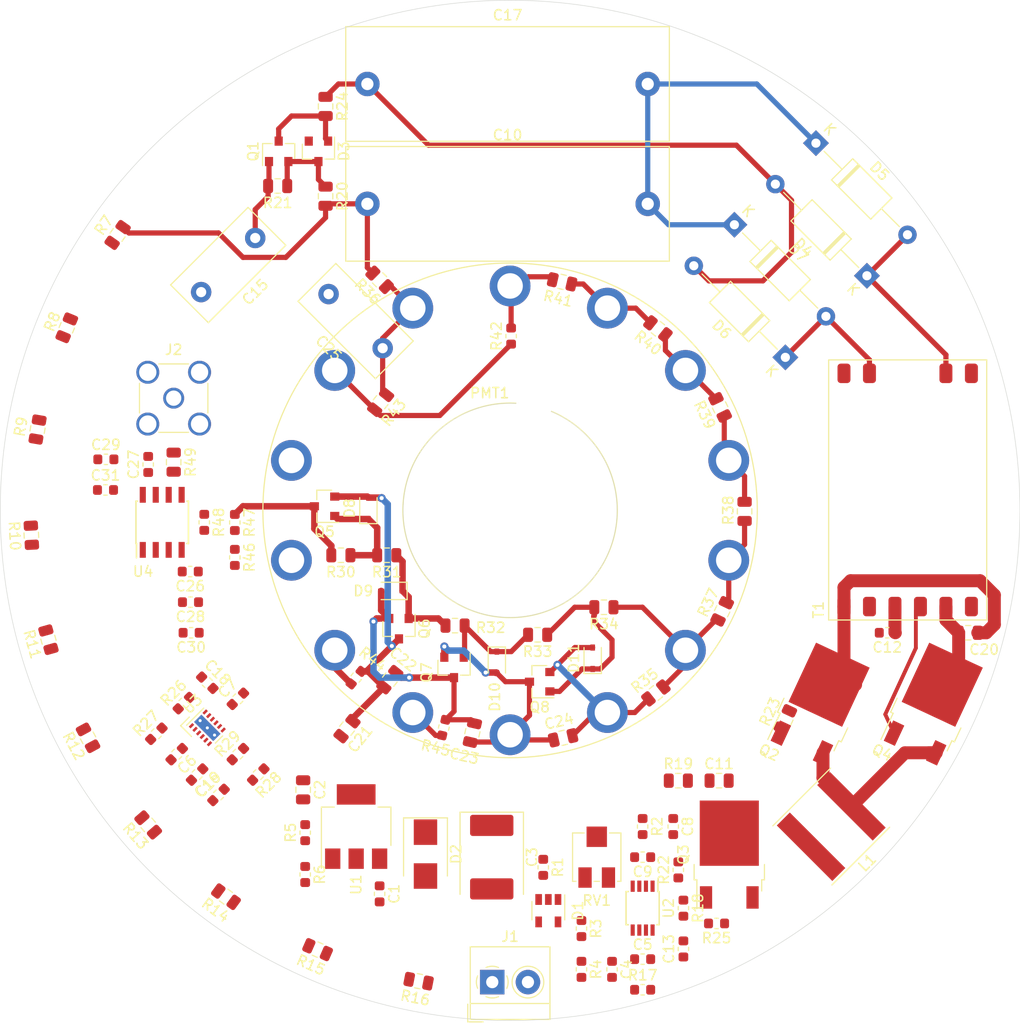
<source format=kicad_pcb>
(kicad_pcb (version 20171130) (host pcbnew 5.1.0-060a0da~80~ubuntu18.04.1)
  (layers (0 F.Cu signal) (31 B.Cu signal) (34 B.Paste user) (35 F.Paste user) (36 B.SilkS user) (37 F.SilkS user) (38 B.Mask user) (39 F.Mask user) (44 Edge.Cuts user))
  (net 0 "")
  (net 1 +12V)
  (net 2 GND)
  (net 3 "Net-(C2-Pad1)")
  (net 4 "Net-(C4-Pad1)")
  (net 5 "Net-(C5-Pad1)")
  (net 6 "Net-(C5-Pad2)")
  (net 7 "Net-(C7-Pad2)")
  (net 8 "Net-(C7-Pad1)")
  (net 9 "Net-(C8-Pad2)")
  (net 10 "Net-(C8-Pad1)")
  (net 11 "Net-(C9-Pad1)")
  (net 12 -HV)
  (net 13 "Net-(C11-Pad1)")
  (net 14 "Net-(C15-Pad1)")
  (net 15 "Net-(C16-Pad1)")
  (net 16 "Net-(C17-Pad1)")
  (net 17 +5V)
  (net 18 -5V)
  (net 19 "Net-(C20-Pad2)")
  (net 20 "Net-(C20-Pad1)")
  (net 21 "Net-(C21-Pad1)")
  (net 22 "Net-(C22-Pad1)")
  (net 23 "Net-(C23-Pad1)")
  (net 24 "Net-(C24-Pad1)")
  (net 25 "Net-(C25-Pad1)")
  (net 26 "Net-(D2-Pad2)")
  (net 27 "Net-(D3-Pad2)")
  (net 28 "Net-(D3-Pad1)")
  (net 29 "Net-(D4-Pad1)")
  (net 30 "Net-(D6-Pad1)")
  (net 31 "Net-(D8-Pad1)")
  (net 32 "Net-(D9-Pad1)")
  (net 33 "Net-(D10-Pad1)")
  (net 34 "Net-(D11-Pad1)")
  (net 35 "Net-(J2-Pad1)")
  (net 36 "Net-(L1-Pad1)")
  (net 37 "Net-(L1-Pad2)")
  (net 38 "Net-(PMT1-Pad1)")
  (net 39 "Net-(PMT1-Pad2)")
  (net 40 "Net-(PMT1-Pad3)")
  (net 41 "Net-(PMT1-Pad4)")
  (net 42 "Net-(PMT1-Pad5)")
  (net 43 "Net-(PMT1-Pad6)")
  (net 44 "Net-(PMT1-Pad9)")
  (net 45 "Net-(PMT1-Pad10)")
  (net 46 "Net-(PMT1-Pad11)")
  (net 47 "Net-(PMT1-Pad12)")
  (net 48 "Net-(PMT1-Pad13)")
  (net 49 "Net-(Q2-Pad1)")
  (net 50 "Net-(Q3-Pad1)")
  (net 51 "Net-(Q4-Pad1)")
  (net 52 "Net-(R2-Pad2)")
  (net 53 "Net-(R3-Pad1)")
  (net 54 "Net-(R5-Pad1)")
  (net 55 "Net-(R7-Pad1)")
  (net 56 "Net-(R8-Pad2)")
  (net 57 "Net-(R10-Pad1)")
  (net 58 "Net-(R10-Pad2)")
  (net 59 "Net-(R11-Pad1)")
  (net 60 "Net-(R12-Pad2)")
  (net 61 "Net-(R13-Pad1)")
  (net 62 "Net-(R14-Pad2)")
  (net 63 "Net-(R15-Pad1)")
  (net 64 "Net-(R22-Pad1)")
  (net 65 "Net-(R26-Pad1)")
  (net 66 "Net-(R28-Pad1)")
  (net 67 "Net-(R47-Pad2)")
  (net 68 "Net-(R48-Pad1)")
  (net 69 "Net-(U4-Pad1)")
  (net 70 "Net-(U4-Pad5)")
  (net 71 "Net-(U4-Pad8)")
  (net 72 "Net-(D1-Pad3)")
  (module Package_TO_SOT_SMD:TO-252-2 (layer F.Cu) (at 130.4 119 65)
    (fp_text reference Q2 (at -6.418053 -2.524102 155) (layer F.SilkS))
    (fp_text value MJD31C)
    (pad 2 smd rect (at 2.1 0 65) (size 6.4 5.8) (layers F.Cu F.Mask) (net 20 "Net-(C20-Pad1)"))
    (pad 3 smd rect (at -4.2 2.28 65) (size 2.2 1.2) (layers F.Cu F.Paste F.Mask) (net 36 "Net-(L1-Pad1)"))
    (pad 1 smd rect (at -4.2 -2.28 65) (size 2.2 1.2) (layers F.Cu F.Paste F.Mask) (net 49 "Net-(Q2-Pad1)"))
  )
  (module Diode_SMD:D_SMB (layer F.Cu) (at 91.7 133.7 270)
    (fp_text reference D2 (at 0 -3 270) (layer F.SilkS))
    (fp_text value 1N4007)
    (pad 2 smd rect (at 2.15 0 270) (size 2.5 2.3) (layers F.Cu F.Paste F.Mask) (net 26 "Net-(D2-Pad2)"))
    (pad 1 smd rect (at -2.15 0 270) (size 2.5 2.3) (layers F.Cu F.Paste F.Mask) (net 1 +12V))
  )
  (module B133D01:B133D01 (layer F.Cu) (at 100 100)
    (fp_text reference PMT1 (at -2 -11.5) (layer F.SilkS))
    (fp_text value B133D01)
    (pad 1 thru_hole circle (at 0 -22) (size 4 4) (drill 2.5) (layers *.Cu *.Mask) (net 38 "Net-(PMT1-Pad1)"))
    (pad 2 thru_hole circle (at 9.545442 -19.821315) (size 4 4) (drill 2.5) (layers *.Cu *.Mask) (net 39 "Net-(PMT1-Pad2)"))
    (pad 3 thru_hole circle (at 17.200293 -13.716776) (size 4 4) (drill 2.5) (layers *.Cu *.Mask) (net 40 "Net-(PMT1-Pad3)"))
    (pad 4 thru_hole circle (at 21.448414 -4.895461) (size 4 4) (drill 2.5) (layers *.Cu *.Mask) (net 41 "Net-(PMT1-Pad4)"))
    (pad 5 thru_hole circle (at 21.448414 4.895461) (size 4 4) (drill 2.5) (layers *.Cu *.Mask) (net 42 "Net-(PMT1-Pad5)"))
    (pad 6 thru_hole circle (at 17.200293 13.716776) (size 4 4) (drill 2.5) (layers *.Cu *.Mask) (net 43 "Net-(PMT1-Pad6)"))
    (pad 7 thru_hole circle (at 9.545442 19.821315) (size 4 4) (drill 2.5) (layers *.Cu *.Mask) (net 24 "Net-(C24-Pad1)"))
    (pad 8 thru_hole circle (at 0 22) (size 4 4) (drill 2.5) (layers *.Cu *.Mask) (net 23 "Net-(C23-Pad1)"))
    (pad 9 thru_hole circle (at -9.545442 19.821315) (size 4 4) (drill 2.5) (layers *.Cu *.Mask) (net 44 "Net-(PMT1-Pad9)"))
    (pad 10 thru_hole circle (at -17.200293 13.716776) (size 4 4) (drill 2.5) (layers *.Cu *.Mask) (net 45 "Net-(PMT1-Pad10)"))
    (pad 11 thru_hole circle (at -21.448414 4.895461) (size 4 4) (drill 2.5) (layers *.Cu *.Mask) (net 46 "Net-(PMT1-Pad11)"))
    (pad 12 thru_hole circle (at -21.448414 -4.895461) (size 4 4) (drill 2.5) (layers *.Cu *.Mask) (net 47 "Net-(PMT1-Pad12)"))
    (pad 13 thru_hole circle (at -17.200293 -13.716776) (size 4 4) (drill 2.5) (layers *.Cu *.Mask) (net 48 "Net-(PMT1-Pad13)"))
    (pad 14 thru_hole circle (at -9.545442 -19.821315) (size 4 4) (drill 2.5) (layers *.Cu *.Mask) (net 25 "Net-(C25-Pad1)"))
    (pad "" np_thru_hole circle (at 2.33647 -10.236743) (size 3.5 3.5) (drill 3.5) (layers *.Cu *.Mask))
  )
  (module Package_TO_SOT_SMD:SOT-23-5 (layer F.Cu) (at 103.75 139.25 270)
    (fp_text reference D1 (at 0 -2.9 270) (layer F.SilkS))
    (fp_text value TL431DBV)
    (pad 5 smd rect (at 1.1 -0.95 270) (size 1.06 0.65) (layers F.Cu F.Paste F.Mask) (net 2 GND))
    (pad 4 smd rect (at 1.1 0.95 270) (size 1.06 0.65) (layers F.Cu F.Paste F.Mask) (net 4 "Net-(C4-Pad1)"))
    (pad 3 smd rect (at -1.1 0.95 270) (size 1.06 0.65) (layers F.Cu F.Paste F.Mask) (net 72 "Net-(D1-Pad3)"))
    (pad 2 smd rect (at -1.1 0 270) (size 1.06 0.65) (layers F.Cu F.Paste F.Mask))
    (pad 1 smd rect (at -1.1 -0.95 270) (size 1.06 0.65) (layers F.Cu F.Paste F.Mask))
  )
  (module Capacitor_SMD:C_0603_1608Metric (layer F.Cu) (at 87.2 137.6 270)
    (fp_text reference C1 (at 0 -1.43 270) (layer F.SilkS))
    (fp_text value 10u)
    (pad 1 smd roundrect (at -0.7875 0 270) (size 0.875 0.95) (layers F.Cu F.Paste F.Mask) (net 1 +12V))
    (pad 2 smd roundrect (at 0.7875 0 270) (size 0.875 0.95) (layers F.Cu F.Paste F.Mask) (net 2 GND))
  )
  (module Capacitor_SMD:C_0805_2012Metric (layer F.Cu) (at 79.7 127.4 270)
    (fp_text reference C2 (at 0 -1.65 270) (layer F.SilkS))
    (fp_text value 100u)
    (pad 1 smd roundrect (at -0.9375 0 270) (size 0.975 1.4) (layers F.Cu F.Paste F.Mask) (net 3 "Net-(C2-Pad1)"))
    (pad 2 smd roundrect (at 0.9375 0 270) (size 0.975 1.4) (layers F.Cu F.Paste F.Mask) (net 2 GND))
  )
  (module Capacitor_Tantalum_SMD:CP_EIA-7360-38_Kemet-E (layer F.Cu) (at 98.2 134 270)
    (fp_text reference C3 (at 0 -3.95 270) (layer F.SilkS))
    (fp_text value 470u)
    (pad 1 smd roundrect (at -3.1125 0 270) (size 2.075 4.25) (layers F.Cu F.Paste F.Mask) (roundrect_rratio 0.120482) (net 1 +12V))
    (pad 2 smd roundrect (at 3.1125 0 270) (size 2.075 4.25) (layers F.Cu F.Paste F.Mask) (roundrect_rratio 0.120482) (net 2 GND))
  )
  (module Capacitor_SMD:C_0603_1608Metric (layer F.Cu) (at 110 145 270)
    (fp_text reference C4 (at 0 -1.43 270) (layer F.SilkS))
    (fp_text value 100n)
    (pad 2 smd roundrect (at 0.7875 0 270) (size 0.875 0.95) (layers F.Cu F.Paste F.Mask) (net 2 GND))
    (pad 1 smd roundrect (at -0.7875 0 270) (size 0.875 0.95) (layers F.Cu F.Paste F.Mask) (net 4 "Net-(C4-Pad1)"))
  )
  (module Capacitor_SMD:C_0603_1608Metric (layer F.Cu) (at 113 144)
    (fp_text reference C5 (at 0 -1.43) (layer F.SilkS))
    (fp_text value 220p)
    (pad 1 smd roundrect (at -0.7875 0) (size 0.875 0.95) (layers F.Cu F.Paste F.Mask) (net 5 "Net-(C5-Pad1)"))
    (pad 2 smd roundrect (at 0.7875 0) (size 0.875 0.95) (layers F.Cu F.Paste F.Mask) (net 6 "Net-(C5-Pad2)"))
  )
  (module Capacitor_SMD:C_0603_1608Metric (layer F.Cu) (at 67.3 123.9 225)
    (fp_text reference C6 (at 0 -1.43 225) (layer F.SilkS))
    (fp_text value 2u2)
    (pad 2 smd roundrect (at 0.7875 0 225) (size 0.875 0.95) (layers F.Cu F.Paste F.Mask) (net 2 GND))
    (pad 1 smd roundrect (at -0.7875 0 225) (size 0.875 0.95) (layers F.Cu F.Paste F.Mask) (net 3 "Net-(C2-Pad1)"))
  )
  (module Capacitor_SMD:C_0603_1608Metric (layer F.Cu) (at 73.3 118.475 45)
    (fp_text reference C7 (at 0 -1.43 45) (layer F.SilkS))
    (fp_text value 1u)
    (pad 1 smd roundrect (at -0.7875 0 45) (size 0.875 0.95) (layers F.Cu F.Paste F.Mask) (net 8 "Net-(C7-Pad1)"))
    (pad 2 smd roundrect (at 0.7875 0 45) (size 0.875 0.95) (layers F.Cu F.Paste F.Mask) (net 7 "Net-(C7-Pad2)"))
  )
  (module Capacitor_SMD:C_0603_1608Metric (layer F.Cu) (at 116 131 270)
    (fp_text reference C8 (at 0 -1.43 270) (layer F.SilkS))
    (fp_text value 10n)
    (pad 2 smd roundrect (at 0.7875 0 270) (size 0.875 0.95) (layers F.Cu F.Paste F.Mask) (net 9 "Net-(C8-Pad2)"))
    (pad 1 smd roundrect (at -0.7875 0 270) (size 0.875 0.95) (layers F.Cu F.Paste F.Mask) (net 10 "Net-(C8-Pad1)"))
  )
  (module Capacitor_SMD:C_0603_1608Metric (layer F.Cu) (at 113 134 180)
    (fp_text reference C9 (at 0 -1.43 180) (layer F.SilkS))
    (fp_text value 100n)
    (pad 1 smd roundrect (at -0.7875 0 180) (size 0.875 0.95) (layers F.Cu F.Paste F.Mask) (net 11 "Net-(C9-Pad1)"))
    (pad 2 smd roundrect (at 0.7875 0 180) (size 0.875 0.95) (layers F.Cu F.Paste F.Mask) (net 2 GND))
  )
  (module Capacitor_THT:C_Rect_L31.5mm_W11.0mm_P27.50mm_MKS4 (layer F.Cu) (at 86 69.95)
    (fp_text reference C10 (at 13.75 -6.75) (layer F.SilkS))
    (fp_text value 15n)
    (pad 2 thru_hole circle (at 27.5 0) (size 2.4 2.4) (drill 1.2) (layers *.Cu *.Mask) (net 2 GND))
    (pad 1 thru_hole circle (at 0 0) (size 2.4 2.4) (drill 1.2) (layers *.Cu *.Mask) (net 12 -HV))
  )
  (module Capacitor_SMD:C_0805_2012Metric (layer F.Cu) (at 120.5 126.5)
    (fp_text reference C11 (at 0 -1.65) (layer F.SilkS))
    (fp_text value 10u/0805)
    (pad 1 smd roundrect (at -0.9375 0) (size 0.975 1.4) (layers F.Cu F.Paste F.Mask) (net 13 "Net-(C11-Pad1)"))
    (pad 2 smd roundrect (at 0.9375 0) (size 0.975 1.4) (layers F.Cu F.Paste F.Mask) (net 2 GND))
  )
  (module Capacitor_SMD:C_0603_1608Metric (layer F.Cu) (at 137 112 180)
    (fp_text reference C12 (at 0 -1.43 180) (layer F.SilkS))
    (fp_text value 100n)
    (pad 2 smd roundrect (at 0.7875 0 180) (size 0.875 0.95) (layers F.Cu F.Paste F.Mask) (net 2 GND))
    (pad 1 smd roundrect (at -0.7875 0 180) (size 0.875 0.95) (layers F.Cu F.Paste F.Mask) (net 13 "Net-(C11-Pad1)"))
  )
  (module Capacitor_SMD:C_0603_1608Metric (layer F.Cu) (at 117 143 90)
    (fp_text reference C13 (at 0 -1.43 90) (layer F.SilkS))
    (fp_text value 100n)
    (pad 1 smd roundrect (at -0.7875 0 90) (size 0.875 0.95) (layers F.Cu F.Paste F.Mask) (net 1 +12V))
    (pad 2 smd roundrect (at 0.7875 0 90) (size 0.875 0.95) (layers F.Cu F.Paste F.Mask) (net 2 GND))
  )
  (module Capacitor_THT:C_Disc_D10.5mm_W5.0mm_P7.50mm (layer F.Cu) (at 75 73.3 225)
    (fp_text reference C15 (at 3.75 -3.75 225) (layer F.SilkS))
    (fp_text value 10n)
    (pad 2 thru_hole circle (at 7.5 0 225) (size 2 2) (drill 1) (layers *.Cu *.Mask) (net 2 GND))
    (pad 1 thru_hole circle (at 0 0 225) (size 2 2) (drill 1) (layers *.Cu *.Mask) (net 14 "Net-(C15-Pad1)"))
  )
  (module Capacitor_SMD:C_0603_1608Metric (layer F.Cu) (at 69.3 125.9 225)
    (fp_text reference C16 (at 0 -1.43 225) (layer F.SilkS))
    (fp_text value 4u7)
    (pad 1 smd roundrect (at -0.7875 0 225) (size 0.875 0.95) (layers F.Cu F.Paste F.Mask) (net 15 "Net-(C16-Pad1)"))
    (pad 2 smd roundrect (at 0.7875 0 225) (size 0.875 0.95) (layers F.Cu F.Paste F.Mask) (net 2 GND))
  )
  (module Capacitor_THT:C_Rect_L31.5mm_W11.0mm_P27.50mm_MKS4 (layer F.Cu) (at 86 58.2)
    (fp_text reference C17 (at 13.75 -6.75) (layer F.SilkS))
    (fp_text value 33n)
    (pad 1 thru_hole circle (at 0 0) (size 2.4 2.4) (drill 1.2) (layers *.Cu *.Mask) (net 16 "Net-(C17-Pad1)"))
    (pad 2 thru_hole circle (at 27.5 0) (size 2.4 2.4) (drill 1.2) (layers *.Cu *.Mask) (net 2 GND))
  )
  (module Capacitor_SMD:C_0603_1608Metric (layer F.Cu) (at 70.3 116.9 315)
    (fp_text reference C18 (at 0 -1.43 315) (layer F.SilkS))
    (fp_text value 1u)
    (pad 2 smd roundrect (at 0.7875 0 315) (size 0.875 0.95) (layers F.Cu F.Paste F.Mask) (net 2 GND))
    (pad 1 smd roundrect (at -0.7875 0 315) (size 0.875 0.95) (layers F.Cu F.Paste F.Mask) (net 17 +5V))
  )
  (module Capacitor_SMD:C_0603_1608Metric (layer F.Cu) (at 71.4 127.9 45)
    (fp_text reference C19 (at 0 -1.43 45) (layer F.SilkS))
    (fp_text value 1u)
    (pad 2 smd roundrect (at 0.7875 0 45) (size 0.875 0.95) (layers F.Cu F.Paste F.Mask) (net 18 -5V))
    (pad 1 smd roundrect (at -0.7875 0 45) (size 0.875 0.95) (layers F.Cu F.Paste F.Mask) (net 2 GND))
  )
  (module Capacitor_SMD:C_0805_2012Metric (layer F.Cu) (at 144.9375 112 180)
    (fp_text reference C20 (at -1.5625 -1.65 180) (layer F.SilkS))
    (fp_text value 220n)
    (pad 2 smd roundrect (at 0.9375 0 180) (size 0.975 1.4) (layers F.Cu F.Paste F.Mask) (net 19 "Net-(C20-Pad2)"))
    (pad 1 smd roundrect (at -0.9375 0 180) (size 0.975 1.4) (layers F.Cu F.Paste F.Mask) (net 20 "Net-(C20-Pad1)"))
  )
  (module Capacitor_SMD:C_0805_2012Metric (layer F.Cu) (at 84 121.4 231.4)
    (fp_text reference C21 (at 0 -1.65 231.4) (layer F.SilkS))
    (fp_text value 10n)
    (pad 2 smd roundrect (at 0.9375 0 231.4) (size 0.975 1.4) (layers F.Cu F.Paste F.Mask) (net 2 GND))
    (pad 1 smd roundrect (at -0.9375 0 231.4) (size 0.975 1.4) (layers F.Cu F.Paste F.Mask) (net 21 "Net-(C21-Pad1)"))
  )
  (module Capacitor_SMD:C_0805_2012Metric (layer F.Cu) (at 88.2 116.6 231.4)
    (fp_text reference C22 (at -2.374084 0.231783 321.4) (layer F.SilkS))
    (fp_text value 10n)
    (pad 1 smd roundrect (at -0.9375 0 231.4) (size 0.975 1.4) (layers F.Cu F.Paste F.Mask) (net 22 "Net-(C22-Pad1)"))
    (pad 2 smd roundrect (at 0.9375 0 231.4) (size 0.975 1.4) (layers F.Cu F.Paste F.Mask) (net 21 "Net-(C21-Pad1)"))
  )
  (module Capacitor_SMD:C_0805_2012Metric (layer F.Cu) (at 96.3 121.8 77.1)
    (fp_text reference C23 (at -2.420551 -0.266334 167.1) (layer F.SilkS))
    (fp_text value 10n)
    (pad 1 smd roundrect (at -0.9375 0 77.1) (size 0.975 1.4) (layers F.Cu F.Paste F.Mask) (net 23 "Net-(C23-Pad1)"))
    (pad 2 smd roundrect (at 0.9375 0 77.1) (size 0.975 1.4) (layers F.Cu F.Paste F.Mask) (net 22 "Net-(C22-Pad1)"))
  )
  (module Capacitor_SMD:C_0805_2012Metric (layer F.Cu) (at 105.2 122.3 192.9)
    (fp_text reference C24 (at 0.032704 1.648918 192.9) (layer F.SilkS))
    (fp_text value 10n)
    (pad 2 smd roundrect (at 0.9375 0 192.9) (size 0.975 1.4) (layers F.Cu F.Paste F.Mask) (net 23 "Net-(C23-Pad1)"))
    (pad 1 smd roundrect (at -0.9375 0 192.9) (size 0.975 1.4) (layers F.Cu F.Paste F.Mask) (net 24 "Net-(C24-Pad1)"))
  )
  (module Capacitor_THT:C_Disc_D10.5mm_W5.0mm_P7.50mm (layer F.Cu) (at 87.5 84.1 135)
    (fp_text reference C25 (at 3.75 -3.75 135) (layer F.SilkS))
    (fp_text value 10n)
    (pad 1 thru_hole circle (at 0 0 135) (size 2 2) (drill 1) (layers *.Cu *.Mask) (net 25 "Net-(C25-Pad1)"))
    (pad 2 thru_hole circle (at 7.5 0 135) (size 2 2) (drill 1) (layers *.Cu *.Mask) (net 2 GND))
  )
  (module Capacitor_SMD:C_0603_1608Metric (layer F.Cu) (at 68.625 106 180)
    (fp_text reference C26 (at 0 -1.43 180) (layer F.SilkS))
    (fp_text value 1n)
    (pad 2 smd roundrect (at 0.7875 0 180) (size 0.875 0.95) (layers F.Cu F.Paste F.Mask) (net 18 -5V))
    (pad 1 smd roundrect (at -0.7875 0 180) (size 0.875 0.95) (layers F.Cu F.Paste F.Mask) (net 2 GND))
  )
  (module Capacitor_SMD:C_0603_1608Metric (layer F.Cu) (at 64.5 95.5 90)
    (fp_text reference C27 (at 0 -1.43 90) (layer F.SilkS))
    (fp_text value 1n)
    (pad 1 smd roundrect (at -0.7875 0 90) (size 0.875 0.95) (layers F.Cu F.Paste F.Mask) (net 17 +5V))
    (pad 2 smd roundrect (at 0.7875 0 90) (size 0.875 0.95) (layers F.Cu F.Paste F.Mask) (net 2 GND))
  )
  (module Capacitor_SMD:C_0603_1608Metric (layer F.Cu) (at 68.65 109 180)
    (fp_text reference C28 (at 0 -1.43 180) (layer F.SilkS))
    (fp_text value 100n)
    (pad 2 smd roundrect (at 0.7875 0 180) (size 0.875 0.95) (layers F.Cu F.Paste F.Mask) (net 18 -5V))
    (pad 1 smd roundrect (at -0.7875 0 180) (size 0.875 0.95) (layers F.Cu F.Paste F.Mask) (net 2 GND))
  )
  (module Capacitor_SMD:C_0603_1608Metric (layer F.Cu) (at 60.35 95)
    (fp_text reference C29 (at 0 -1.43) (layer F.SilkS))
    (fp_text value 100n)
    (pad 2 smd roundrect (at 0.7875 0) (size 0.875 0.95) (layers F.Cu F.Paste F.Mask) (net 2 GND))
    (pad 1 smd roundrect (at -0.7875 0) (size 0.875 0.95) (layers F.Cu F.Paste F.Mask) (net 17 +5V))
  )
  (module Capacitor_SMD:C_0603_1608Metric (layer F.Cu) (at 68.7125 112 180)
    (fp_text reference C30 (at 0 -1.43 180) (layer F.SilkS))
    (fp_text value 10u)
    (pad 1 smd roundrect (at -0.7875 0 180) (size 0.875 0.95) (layers F.Cu F.Paste F.Mask) (net 2 GND))
    (pad 2 smd roundrect (at 0.7875 0 180) (size 0.875 0.95) (layers F.Cu F.Paste F.Mask) (net 18 -5V))
  )
  (module Capacitor_SMD:C_0603_1608Metric (layer F.Cu) (at 60.3125 98)
    (fp_text reference C31 (at 0 -1.43) (layer F.SilkS))
    (fp_text value 10u)
    (pad 1 smd roundrect (at -0.7875 0) (size 0.875 0.95) (layers F.Cu F.Paste F.Mask) (net 17 +5V))
    (pad 2 smd roundrect (at 0.7875 0) (size 0.875 0.95) (layers F.Cu F.Paste F.Mask) (net 2 GND))
  )
  (module Diode_SMD:D_SOT-23_ANK (layer F.Cu) (at 81.2 64.8 270)
    (fp_text reference D3 (at 0 -2.5 270) (layer F.SilkS))
    (fp_text value BZX84C47)
    (pad 2 smd rect (at -1 -0.95 270) (size 0.9 0.8) (layers F.Cu F.Paste F.Mask) (net 27 "Net-(D3-Pad2)"))
    (pad "" smd rect (at -1 0.95 270) (size 0.9 0.8) (layers F.Cu F.Paste F.Mask))
    (pad 1 smd rect (at 1 0 270) (size 0.9 0.8) (layers F.Cu F.Paste F.Mask) (net 28 "Net-(D3-Pad1)"))
  )
  (module Diode_THT:D_A-405_P12.70mm_Horizontal (layer F.Cu) (at 135 77 135)
    (fp_text reference D4 (at 6.35 -2.47 135) (layer F.SilkS))
    (fp_text value D)
    (fp_text user K (at 0 -1.9 135) (layer F.SilkS))
    (pad 1 thru_hole rect (at 0 0 135) (size 1.8 1.8) (drill 0.9) (layers *.Cu *.Mask) (net 29 "Net-(D4-Pad1)"))
    (pad 2 thru_hole oval (at 12.7 0 135) (size 1.8 1.8) (drill 0.9) (layers *.Cu *.Mask) (net 16 "Net-(C17-Pad1)"))
  )
  (module Diode_THT:D_A-405_P12.70mm_Horizontal (layer F.Cu) (at 130 64 315)
    (fp_text reference D5 (at 6.35 -2.47 315) (layer F.SilkS))
    (fp_text value D)
    (fp_text user K (at 0 -1.9 315) (layer F.SilkS))
    (pad 2 thru_hole oval (at 12.7 0 315) (size 1.8 1.8) (drill 0.9) (layers *.Cu *.Mask) (net 29 "Net-(D4-Pad1)"))
    (pad 1 thru_hole rect (at 0 0 315) (size 1.8 1.8) (drill 0.9) (layers *.Cu *.Mask) (net 2 GND))
  )
  (module Diode_THT:D_A-405_P12.70mm_Horizontal (layer F.Cu) (at 127 85 135)
    (fp_text reference D6 (at 6.35 -2.47 135) (layer F.SilkS))
    (fp_text value D)
    (fp_text user K (at 0 -1.9 135) (layer F.SilkS))
    (pad 2 thru_hole oval (at 12.7 0 135) (size 1.8 1.8) (drill 0.9) (layers *.Cu *.Mask) (net 16 "Net-(C17-Pad1)"))
    (pad 1 thru_hole rect (at 0 0 135) (size 1.8 1.8) (drill 0.9) (layers *.Cu *.Mask) (net 30 "Net-(D6-Pad1)"))
  )
  (module Diode_THT:D_A-405_P12.70mm_Horizontal (layer F.Cu) (at 122 72 315)
    (fp_text reference D7 (at 6.35 -2.47 315) (layer F.SilkS))
    (fp_text value D)
    (fp_text user K (at 0 -1.9 315) (layer F.SilkS))
    (pad 1 thru_hole rect (at 0 0 315) (size 1.8 1.8) (drill 0.9) (layers *.Cu *.Mask) (net 2 GND))
    (pad 2 thru_hole oval (at 12.7 0 315) (size 1.8 1.8) (drill 0.9) (layers *.Cu *.Mask) (net 30 "Net-(D6-Pad1)"))
  )
  (module Diode_SMD:D_SOD-323 (layer F.Cu) (at 86.1 99.8 90)
    (fp_text reference D8 (at 0 -1.85 90) (layer F.SilkS))
    (fp_text value 1N4148WS)
    (pad 1 smd rect (at -1.05 0 90) (size 0.6 0.45) (layers F.Cu F.Paste F.Mask) (net 31 "Net-(D8-Pad1)"))
    (pad 2 smd rect (at 1.05 0 90) (size 0.6 0.45) (layers F.Cu F.Paste F.Mask) (net 21 "Net-(C21-Pad1)"))
  )
  (module Diode_SMD:D_SOD-323 (layer F.Cu) (at 88.4 107.9 180)
    (fp_text reference D9 (at 2.8 0 180) (layer F.SilkS))
    (fp_text value 1N4148WS)
    (pad 2 smd rect (at 1.05 0 180) (size 0.6 0.45) (layers F.Cu F.Paste F.Mask) (net 22 "Net-(C22-Pad1)"))
    (pad 1 smd rect (at -1.05 0 180) (size 0.6 0.45) (layers F.Cu F.Paste F.Mask) (net 32 "Net-(D9-Pad1)"))
  )
  (module Diode_SMD:D_SOD-323 (layer F.Cu) (at 98.7 114.9 270)
    (fp_text reference D10 (at 3.4 0.2 270) (layer F.SilkS))
    (fp_text value 1N4148WS)
    (pad 1 smd rect (at -1.05 0 270) (size 0.6 0.45) (layers F.Cu F.Paste F.Mask) (net 33 "Net-(D10-Pad1)"))
    (pad 2 smd rect (at 1.05 0 270) (size 0.6 0.45) (layers F.Cu F.Paste F.Mask) (net 23 "Net-(C23-Pad1)"))
  )
  (module Diode_SMD:D_SOD-323 (layer F.Cu) (at 108.1 114.5 90)
    (fp_text reference D11 (at 0 -1.85 90) (layer F.SilkS))
    (fp_text value 1N4148WS)
    (pad 1 smd rect (at -1.05 0 90) (size 0.6 0.45) (layers F.Cu F.Paste F.Mask) (net 34 "Net-(D11-Pad1)"))
    (pad 2 smd rect (at 1.05 0 90) (size 0.6 0.45) (layers F.Cu F.Paste F.Mask) (net 24 "Net-(C24-Pad1)"))
  )
  (module TerminalBlock_4Ucon:TerminalBlock_4Ucon_1x02_P3.50mm_Horizontal (layer F.Cu) (at 98.25 146.25)
    (fp_text reference J1 (at 1.75 -4.46) (layer F.SilkS))
    (fp_text value Screw_Terminal_01x02)
    (pad 1 thru_hole rect (at 0 0) (size 2.4 2.4) (drill 1.2) (layers *.Cu *.Mask) (net 26 "Net-(D2-Pad2)"))
    (pad 2 thru_hole circle (at 3.5 0) (size 2.4 2.4) (drill 1.2) (layers *.Cu *.Mask) (net 2 GND))
  )
  (module Connector_Coaxial:SMA_Amphenol_901-144_Vertical (layer F.Cu) (at 67 89)
    (fp_text reference J2 (at 0 -4.75) (layer F.SilkS))
    (fp_text value Out)
    (pad 1 thru_hole circle (at 0 0) (size 2.05 2.05) (drill 1.5) (layers *.Cu *.Mask) (net 35 "Net-(J2-Pad1)"))
    (pad 2 thru_hole circle (at 2.54 2.54) (size 2.25 2.25) (drill 1.7) (layers *.Cu *.Mask) (net 2 GND))
    (pad 2 thru_hole circle (at 2.54 -2.54) (size 2.25 2.25) (drill 1.7) (layers *.Cu *.Mask) (net 2 GND))
    (pad 2 thru_hole circle (at -2.54 -2.54) (size 2.25 2.25) (drill 1.7) (layers *.Cu *.Mask) (net 2 GND))
    (pad 2 thru_hole circle (at -2.54 2.54) (size 2.25 2.25) (drill 1.7) (layers *.Cu *.Mask) (net 2 GND))
  )
  (module Inductor_SMD:L_Taiyo-Yuden_NR-80xx (layer F.Cu) (at 131.5 131 225)
    (fp_text reference L1 (at 0 -5 225) (layer F.SilkS))
    (fp_text value 250uH)
    (pad 1 smd rect (at -2.8 0 225) (size 1.8 7.7) (layers F.Cu F.Paste F.Mask) (net 36 "Net-(L1-Pad1)"))
    (pad 2 smd rect (at 2.8 0 225) (size 1.8 7.7) (layers F.Cu F.Paste F.Mask) (net 37 "Net-(L1-Pad2)"))
  )
  (module Package_TO_SOT_SMD:SOT-23 (layer F.Cu) (at 77.3 64.8 90)
    (fp_text reference Q1 (at 0 -2.5 90) (layer F.SilkS))
    (fp_text value MSB92W)
    (pad 1 smd rect (at -1 -0.95 90) (size 0.9 0.8) (layers F.Cu F.Paste F.Mask) (net 14 "Net-(C15-Pad1)"))
    (pad 2 smd rect (at -1 0.95 90) (size 0.9 0.8) (layers F.Cu F.Paste F.Mask) (net 28 "Net-(D3-Pad1)"))
    (pad 3 smd rect (at 1 0 90) (size 0.9 0.8) (layers F.Cu F.Paste F.Mask) (net 27 "Net-(D3-Pad2)"))
  )
  (module Package_TO_SOT_SMD:TO-252-2 (layer F.Cu) (at 121.5 133.75 90)
    (fp_text reference Q3 (at 0 -4.5 90) (layer F.SilkS))
    (fp_text value IPD50R3K0CE)
    (pad 1 smd rect (at -4.2 -2.28 90) (size 2.2 1.2) (layers F.Cu F.Paste F.Mask) (net 50 "Net-(Q3-Pad1)"))
    (pad 3 smd rect (at -4.2 2.28 90) (size 2.2 1.2) (layers F.Cu F.Paste F.Mask) (net 2 GND))
    (pad 2 smd rect (at 2.1 0 90) (size 6.4 5.8) (layers F.Cu F.Mask) (net 37 "Net-(L1-Pad2)"))
  )
  (module Package_TO_SOT_SMD:TO-252-2 (layer F.Cu) (at 141.5 119 65)
    (fp_text reference Q4 (at -6.418053 -2.524102 155) (layer F.SilkS))
    (fp_text value MJD31C)
    (pad 1 smd rect (at -4.2 -2.28 65) (size 2.2 1.2) (layers F.Cu F.Paste F.Mask) (net 51 "Net-(Q4-Pad1)"))
    (pad 3 smd rect (at -4.2 2.28 65) (size 2.2 1.2) (layers F.Cu F.Paste F.Mask) (net 36 "Net-(L1-Pad1)"))
    (pad 2 smd rect (at 2.1 0 65) (size 6.4 5.8) (layers F.Cu F.Mask) (net 19 "Net-(C20-Pad2)"))
  )
  (module Package_TO_SOT_SMD:SOT-23 (layer F.Cu) (at 81.8 99.6 180)
    (fp_text reference Q5 (at 0 -2.5 180) (layer F.SilkS))
    (fp_text value MMBTA42)
    (pad 3 smd rect (at 1 0 180) (size 0.9 0.8) (layers F.Cu F.Paste F.Mask) (net 2 GND))
    (pad 2 smd rect (at -1 0.95 180) (size 0.9 0.8) (layers F.Cu F.Paste F.Mask) (net 21 "Net-(C21-Pad1)"))
    (pad 1 smd rect (at -1 -0.95 180) (size 0.9 0.8) (layers F.Cu F.Paste F.Mask) (net 31 "Net-(D8-Pad1)"))
  )
  (module Package_TO_SOT_SMD:SOT-23 (layer F.Cu) (at 89.1 111.6 270)
    (fp_text reference Q6 (at 0 -2.5 270) (layer F.SilkS))
    (fp_text value MMBTA42)
    (pad 1 smd rect (at -1 -0.95 270) (size 0.9 0.8) (layers F.Cu F.Paste F.Mask) (net 32 "Net-(D9-Pad1)"))
    (pad 2 smd rect (at -1 0.95 270) (size 0.9 0.8) (layers F.Cu F.Paste F.Mask) (net 22 "Net-(C22-Pad1)"))
    (pad 3 smd rect (at 1 0 270) (size 0.9 0.8) (layers F.Cu F.Paste F.Mask) (net 21 "Net-(C21-Pad1)"))
  )
  (module Package_TO_SOT_SMD:SOT-23 (layer F.Cu) (at 94.5 115.4 270)
    (fp_text reference Q7 (at 0.5 2.7 270) (layer F.SilkS))
    (fp_text value MMBTA42)
    (pad 3 smd rect (at 1 0 270) (size 0.9 0.8) (layers F.Cu F.Paste F.Mask) (net 22 "Net-(C22-Pad1)"))
    (pad 2 smd rect (at -1 0.95 270) (size 0.9 0.8) (layers F.Cu F.Paste F.Mask) (net 23 "Net-(C23-Pad1)"))
    (pad 1 smd rect (at -1 -0.95 270) (size 0.9 0.8) (layers F.Cu F.Paste F.Mask) (net 33 "Net-(D10-Pad1)"))
  )
  (module Package_TO_SOT_SMD:SOT-23 (layer F.Cu) (at 102.9 116.8 180)
    (fp_text reference Q8 (at 0 -2.5 180) (layer F.SilkS))
    (fp_text value MMBTA42)
    (pad 1 smd rect (at -1 -0.95 180) (size 0.9 0.8) (layers F.Cu F.Paste F.Mask) (net 34 "Net-(D11-Pad1)"))
    (pad 2 smd rect (at -1 0.95 180) (size 0.9 0.8) (layers F.Cu F.Paste F.Mask) (net 24 "Net-(C24-Pad1)"))
    (pad 3 smd rect (at 1 0 180) (size 0.9 0.8) (layers F.Cu F.Paste F.Mask) (net 23 "Net-(C23-Pad1)"))
  )
  (module Resistor_SMD:R_0603_1608Metric (layer F.Cu) (at 103.25 135 270)
    (fp_text reference R1 (at 0 -1.43 270) (layer F.SilkS))
    (fp_text value 4k7)
    (pad 2 smd roundrect (at 0.7875 0 270) (size 0.875 0.95) (layers F.Cu F.Paste F.Mask) (net 72 "Net-(D1-Pad3)"))
    (pad 1 smd roundrect (at -0.7875 0 270) (size 0.875 0.95) (layers F.Cu F.Paste F.Mask) (net 1 +12V))
  )
  (module Resistor_SMD:R_0603_1608Metric (layer F.Cu) (at 113 131 270)
    (fp_text reference R2 (at 0 -1.43 270) (layer F.SilkS))
    (fp_text value 15k)
    (pad 1 smd roundrect (at -0.7875 0 270) (size 0.875 0.95) (layers F.Cu F.Paste F.Mask) (net 72 "Net-(D1-Pad3)"))
    (pad 2 smd roundrect (at 0.7875 0 270) (size 0.875 0.95) (layers F.Cu F.Paste F.Mask) (net 52 "Net-(R2-Pad2)"))
  )
  (module Resistor_SMD:R_0603_1608Metric (layer F.Cu) (at 107 141 270)
    (fp_text reference R3 (at 0 -1.43 270) (layer F.SilkS))
    (fp_text value 3k65)
    (pad 2 smd roundrect (at 0.7875 0 270) (size 0.875 0.95) (layers F.Cu F.Paste F.Mask) (net 4 "Net-(C4-Pad1)"))
    (pad 1 smd roundrect (at -0.7875 0 270) (size 0.875 0.95) (layers F.Cu F.Paste F.Mask) (net 53 "Net-(R3-Pad1)"))
  )
  (module Resistor_SMD:R_0603_1608Metric (layer F.Cu) (at 107 145 270)
    (fp_text reference R4 (at 0 -1.43 270) (layer F.SilkS))
    (fp_text value 32k4)
    (pad 2 smd roundrect (at 0.7875 0 270) (size 0.875 0.95) (layers F.Cu F.Paste F.Mask) (net 2 GND))
    (pad 1 smd roundrect (at -0.7875 0 270) (size 0.875 0.95) (layers F.Cu F.Paste F.Mask) (net 4 "Net-(C4-Pad1)"))
  )
  (module Resistor_SMD:R_0603_1608Metric (layer F.Cu) (at 79.9 131.6 90)
    (fp_text reference R5 (at 0 -1.43 90) (layer F.SilkS))
    (fp_text value 121)
    (pad 2 smd roundrect (at 0.7875 0 90) (size 0.875 0.95) (layers F.Cu F.Paste F.Mask) (net 3 "Net-(C2-Pad1)"))
    (pad 1 smd roundrect (at -0.7875 0 90) (size 0.875 0.95) (layers F.Cu F.Paste F.Mask) (net 54 "Net-(R5-Pad1)"))
  )
  (module Resistor_SMD:R_0603_1608Metric (layer F.Cu) (at 79.9 135.7 270)
    (fp_text reference R6 (at 0 -1.43 270) (layer F.SilkS))
    (fp_text value 402)
    (pad 1 smd roundrect (at -0.7875 0 270) (size 0.875 0.95) (layers F.Cu F.Paste F.Mask) (net 2 GND))
    (pad 2 smd roundrect (at 0.7875 0 270) (size 0.875 0.95) (layers F.Cu F.Paste F.Mask) (net 54 "Net-(R5-Pad1)"))
  )
  (module Resistor_SMD:R_0805_2012Metric (layer F.Cu) (at 61.5 73 55)
    (fp_text reference R7 (at 0 -1.65 55) (layer F.SilkS))
    (fp_text value 10M)
    (pad 2 smd roundrect (at 0.9375 0 55) (size 0.975 1.4) (layers F.Cu F.Paste F.Mask) (net 12 -HV))
    (pad 1 smd roundrect (at -0.9375 0 55) (size 0.975 1.4) (layers F.Cu F.Paste F.Mask) (net 55 "Net-(R7-Pad1)"))
  )
  (module Resistor_SMD:R_0805_2012Metric (layer F.Cu) (at 56.515147 82.102583 247.6)
    (fp_text reference R8 (at -0.017845 1.537995 247.6) (layer F.SilkS))
    (fp_text value 10M)
    (pad 1 smd roundrect (at -0.9375 0 247.6) (size 0.975 1.4) (layers F.Cu F.Paste F.Mask) (net 55 "Net-(R7-Pad1)"))
    (pad 2 smd roundrect (at 0.9375 0 247.6) (size 0.975 1.4) (layers F.Cu F.Paste F.Mask) (net 56 "Net-(R8-Pad2)"))
  )
  (module Resistor_SMD:R_0805_2012Metric (layer F.Cu) (at 53.648358 92.076915 80.3)
    (fp_text reference R9 (at 0 -1.65 80.3) (layer F.SilkS))
    (fp_text value 10M)
    (pad 2 smd roundrect (at 0.9375 0 80.3) (size 0.975 1.4) (layers F.Cu F.Paste F.Mask) (net 56 "Net-(R8-Pad2)"))
    (pad 1 smd roundrect (at -0.9375 0 80.3) (size 0.975 1.4) (layers F.Cu F.Paste F.Mask) (net 57 "Net-(R10-Pad1)"))
  )
  (module Resistor_SMD:R_0805_2012Metric (layer F.Cu) (at 53.039269 102.437165 273)
    (fp_text reference R10 (at -0.023044 1.640311 273) (layer F.SilkS))
    (fp_text value 10M)
    (pad 1 smd roundrect (at -0.9375 0 273) (size 0.975 1.4) (layers F.Cu F.Paste F.Mask) (net 57 "Net-(R10-Pad1)"))
    (pad 2 smd roundrect (at 0.9375 0 273) (size 0.975 1.4) (layers F.Cu F.Paste F.Mask) (net 58 "Net-(R10-Pad2)"))
  )
  (module Resistor_SMD:R_0805_2012Metric (layer F.Cu) (at 54.717548 112.678706 105.6)
    (fp_text reference R11 (at 0 -1.65 105.6) (layer F.SilkS))
    (fp_text value 10M)
    (pad 2 smd roundrect (at 0.9375 0 105.6) (size 0.975 1.4) (layers F.Cu F.Paste F.Mask) (net 58 "Net-(R10-Pad2)"))
    (pad 1 smd roundrect (at -0.9375 0 105.6) (size 0.975 1.4) (layers F.Cu F.Paste F.Mask) (net 59 "Net-(R11-Pad1)"))
  )
  (module Resistor_SMD:R_0805_2012Metric (layer F.Cu) (at 58.60145 122.302691 298.3)
    (fp_text reference R12 (at 0.037602 1.61194 298.3) (layer F.SilkS))
    (fp_text value 10M)
    (pad 1 smd roundrect (at -0.9375 0 298.3) (size 0.975 1.4) (layers F.Cu F.Paste F.Mask) (net 59 "Net-(R11-Pad1)"))
    (pad 2 smd roundrect (at 0.9375 0 298.3) (size 0.975 1.4) (layers F.Cu F.Paste F.Mask) (net 60 "Net-(R12-Pad2)"))
  )
  (module Resistor_SMD:R_0805_2012Metric (layer F.Cu) (at 64.501795 130.840354 131)
    (fp_text reference R13 (at 0 -1.65 131) (layer F.SilkS))
    (fp_text value 10M)
    (pad 2 smd roundrect (at 0.9375 0 131) (size 0.975 1.4) (layers F.Cu F.Paste F.Mask) (net 60 "Net-(R12-Pad2)"))
    (pad 1 smd roundrect (at -0.9375 0 131) (size 0.975 1.4) (layers F.Cu F.Paste F.Mask) (net 61 "Net-(R13-Pad1)"))
  )
  (module Resistor_SMD:R_0805_2012Metric (layer F.Cu) (at 72.131191 137.875843 323.7)
    (fp_text reference R14 (at -0.047148 1.677654 323.7) (layer F.SilkS))
    (fp_text value 10M)
    (pad 1 smd roundrect (at -0.9375 0 323.7) (size 0.975 1.4) (layers F.Cu F.Paste F.Mask) (net 61 "Net-(R13-Pad1)"))
    (pad 2 smd roundrect (at 0.9375 0 323.7) (size 0.975 1.4) (layers F.Cu F.Paste F.Mask) (net 62 "Net-(R14-Pad2)"))
  )
  (module Resistor_SMD:R_0805_2012Metric (layer F.Cu) (at 81.118023 143.066471 156.3)
    (fp_text reference R15 (at 0 -1.65 156.3) (layer F.SilkS))
    (fp_text value 10M)
    (pad 2 smd roundrect (at 0.9375 0 156.3) (size 0.975 1.4) (layers F.Cu F.Paste F.Mask) (net 62 "Net-(R14-Pad2)"))
    (pad 1 smd roundrect (at -0.9375 0 156.3) (size 0.975 1.4) (layers F.Cu F.Paste F.Mask) (net 63 "Net-(R15-Pad1)"))
  )
  (module Resistor_SMD:R_0805_2012Metric (layer F.Cu) (at 91.024561 146.159414 349)
    (fp_text reference R16 (at -0.005559 1.672373 349) (layer F.SilkS))
    (fp_text value 10M)
    (pad 2 smd roundrect (at 0.9375 0 349) (size 0.975 1.4) (layers F.Cu F.Paste F.Mask) (net 5 "Net-(C5-Pad1)"))
    (pad 1 smd roundrect (at -0.9375 0 349) (size 0.975 1.4) (layers F.Cu F.Paste F.Mask) (net 63 "Net-(R15-Pad1)"))
  )
  (module Resistor_SMD:R_0603_1608Metric (layer F.Cu) (at 113 147)
    (fp_text reference R17 (at 0 -1.43) (layer F.SilkS))
    (fp_text value 100k)
    (pad 1 smd roundrect (at -0.7875 0) (size 0.875 0.95) (layers F.Cu F.Paste F.Mask) (net 5 "Net-(C5-Pad1)"))
    (pad 2 smd roundrect (at 0.7875 0) (size 0.875 0.95) (layers F.Cu F.Paste F.Mask) (net 6 "Net-(C5-Pad2)"))
  )
  (module Resistor_SMD:R_0603_1608Metric (layer F.Cu) (at 117 139 270)
    (fp_text reference R18 (at 0 -1.43 270) (layer F.SilkS))
    (fp_text value 100k)
    (pad 2 smd roundrect (at 0.7875 0 270) (size 0.875 0.95) (layers F.Cu F.Paste F.Mask) (net 6 "Net-(C5-Pad2)"))
    (pad 1 smd roundrect (at -0.7875 0 270) (size 0.875 0.95) (layers F.Cu F.Paste F.Mask) (net 9 "Net-(C8-Pad2)"))
  )
  (module Resistor_SMD:R_0805_2012Metric (layer F.Cu) (at 116.5 126.5)
    (fp_text reference R19 (at 0 -1.65) (layer F.SilkS))
    (fp_text value 10/0805)
    (pad 2 smd roundrect (at 0.9375 0) (size 0.975 1.4) (layers F.Cu F.Paste F.Mask) (net 13 "Net-(C11-Pad1)"))
    (pad 1 smd roundrect (at -0.9375 0) (size 0.975 1.4) (layers F.Cu F.Paste F.Mask) (net 1 +12V))
  )
  (module Resistor_SMD:R_0805_2012Metric (layer F.Cu) (at 81.9 69.2 270)
    (fp_text reference R20 (at 0 -1.65 270) (layer F.SilkS))
    (fp_text value 10k)
    (pad 1 smd roundrect (at -0.9375 0 270) (size 0.975 1.4) (layers F.Cu F.Paste F.Mask) (net 28 "Net-(D3-Pad1)"))
    (pad 2 smd roundrect (at 0.9375 0 270) (size 0.975 1.4) (layers F.Cu F.Paste F.Mask) (net 12 -HV))
  )
  (module Resistor_SMD:R_0805_2012Metric (layer F.Cu) (at 77.2 68.2 180)
    (fp_text reference R21 (at 0 -1.65 180) (layer F.SilkS))
    (fp_text value 10M)
    (pad 1 smd roundrect (at -0.9375 0 180) (size 0.975 1.4) (layers F.Cu F.Paste F.Mask) (net 28 "Net-(D3-Pad1)"))
    (pad 2 smd roundrect (at 0.9375 0 180) (size 0.975 1.4) (layers F.Cu F.Paste F.Mask) (net 14 "Net-(C15-Pad1)"))
  )
  (module Resistor_SMD:R_0603_1608Metric (layer F.Cu) (at 116.5 135.25 90)
    (fp_text reference R22 (at 0 -1.43 90) (layer F.SilkS))
    (fp_text value 100k)
    (pad 2 smd roundrect (at 0.7875 0 90) (size 0.875 0.95) (layers F.Cu F.Paste F.Mask) (net 10 "Net-(C8-Pad1)"))
    (pad 1 smd roundrect (at -0.7875 0 90) (size 0.875 0.95) (layers F.Cu F.Paste F.Mask) (net 64 "Net-(R22-Pad1)"))
  )
  (module Resistor_SMD:R_0805_2012Metric (layer F.Cu) (at 127 120.5 245)
    (fp_text reference R23 (at -0.045803 1.676425 245) (layer F.SilkS))
    (fp_text value 820)
    (pad 2 smd roundrect (at 0.9375 0 245) (size 0.975 1.4) (layers F.Cu F.Paste F.Mask) (net 49 "Net-(Q2-Pad1)"))
    (pad 1 smd roundrect (at -0.9375 0 245) (size 0.975 1.4) (layers F.Cu F.Paste F.Mask) (net 13 "Net-(C11-Pad1)"))
  )
  (module Resistor_SMD:R_0805_2012Metric (layer F.Cu) (at 81.9 60.4 270)
    (fp_text reference R24 (at 0 -1.65 270) (layer F.SilkS))
    (fp_text value 10k)
    (pad 1 smd roundrect (at -0.9375 0 270) (size 0.975 1.4) (layers F.Cu F.Paste F.Mask) (net 16 "Net-(C17-Pad1)"))
    (pad 2 smd roundrect (at 0.9375 0 270) (size 0.975 1.4) (layers F.Cu F.Paste F.Mask) (net 27 "Net-(D3-Pad2)"))
  )
  (module Resistor_SMD:R_0603_1608Metric (layer F.Cu) (at 120.25 140.5 180)
    (fp_text reference R25 (at 0 -1.43 180) (layer F.SilkS))
    (fp_text value 10k)
    (pad 1 smd roundrect (at -0.7875 0 180) (size 0.875 0.95) (layers F.Cu F.Paste F.Mask) (net 50 "Net-(Q3-Pad1)"))
    (pad 2 smd roundrect (at 0.7875 0 180) (size 0.875 0.95) (layers F.Cu F.Paste F.Mask) (net 64 "Net-(R22-Pad1)"))
  )
  (module Resistor_SMD:R_0603_1608Metric (layer F.Cu) (at 68 118.9 45)
    (fp_text reference R26 (at 0 -1.43 45) (layer F.SilkS))
    (fp_text value 220k)
    (pad 2 smd roundrect (at 0.7875 0 45) (size 0.875 0.95) (layers F.Cu F.Paste F.Mask) (net 17 +5V))
    (pad 1 smd roundrect (at -0.7875 0 45) (size 0.875 0.95) (layers F.Cu F.Paste F.Mask) (net 65 "Net-(R26-Pad1)"))
  )
  (module Resistor_SMD:R_0603_1608Metric (layer F.Cu) (at 65.3 121.9 45)
    (fp_text reference R27 (at 0 -1.43 45) (layer F.SilkS))
    (fp_text value 220k)
    (pad 1 smd roundrect (at -0.7875 0 45) (size 0.875 0.95) (layers F.Cu F.Paste F.Mask) (net 2 GND))
    (pad 2 smd roundrect (at 0.7875 0 45) (size 0.875 0.95) (layers F.Cu F.Paste F.Mask) (net 65 "Net-(R26-Pad1)"))
  )
  (module Resistor_SMD:R_0603_1608Metric (layer F.Cu) (at 75.3 125.9 225)
    (fp_text reference R28 (at 0 -1.43 225) (layer F.SilkS))
    (fp_text value 220k)
    (pad 2 smd roundrect (at 0.7875 0 225) (size 0.875 0.95) (layers F.Cu F.Paste F.Mask) (net 2 GND))
    (pad 1 smd roundrect (at -0.7875 0 225) (size 0.875 0.95) (layers F.Cu F.Paste F.Mask) (net 66 "Net-(R28-Pad1)"))
  )
  (module Resistor_SMD:R_0603_1608Metric (layer F.Cu) (at 73.3 123.9 45)
    (fp_text reference R29 (at 0 -1.43 45) (layer F.SilkS))
    (fp_text value 220k)
    (pad 1 smd roundrect (at -0.7875 0 45) (size 0.875 0.95) (layers F.Cu F.Paste F.Mask) (net 18 -5V))
    (pad 2 smd roundrect (at 0.7875 0 45) (size 0.875 0.95) (layers F.Cu F.Paste F.Mask) (net 66 "Net-(R28-Pad1)"))
  )
  (module Resistor_SMD:R_0805_2012Metric (layer F.Cu) (at 83.4 104.4 180)
    (fp_text reference R30 (at 0 -1.65 180) (layer F.SilkS))
    (fp_text value 1M)
    (pad 2 smd roundrect (at 0.9375 0 180) (size 0.975 1.4) (layers F.Cu F.Paste F.Mask) (net 2 GND))
    (pad 1 smd roundrect (at -0.9375 0 180) (size 0.975 1.4) (layers F.Cu F.Paste F.Mask) (net 31 "Net-(D8-Pad1)"))
  )
  (module Resistor_SMD:R_0805_2012Metric (layer F.Cu) (at 87.9 104.4 180)
    (fp_text reference R31 (at 0 -1.65 180) (layer F.SilkS))
    (fp_text value 1M)
    (pad 2 smd roundrect (at 0.9375 0 180) (size 0.975 1.4) (layers F.Cu F.Paste F.Mask) (net 31 "Net-(D8-Pad1)"))
    (pad 1 smd roundrect (at -0.9375 0 180) (size 0.975 1.4) (layers F.Cu F.Paste F.Mask) (net 32 "Net-(D9-Pad1)"))
  )
  (module Resistor_SMD:R_0805_2012Metric (layer F.Cu) (at 94.6 111.3 180)
    (fp_text reference R32 (at -3.5 -0.2 180) (layer F.SilkS))
    (fp_text value 1M)
    (pad 1 smd roundrect (at -0.9375 0 180) (size 0.975 1.4) (layers F.Cu F.Paste F.Mask) (net 33 "Net-(D10-Pad1)"))
    (pad 2 smd roundrect (at 0.9375 0 180) (size 0.975 1.4) (layers F.Cu F.Paste F.Mask) (net 32 "Net-(D9-Pad1)"))
  )
  (module Resistor_SMD:R_0805_2012Metric (layer F.Cu) (at 102.7 112.2 180)
    (fp_text reference R33 (at 0 -1.65 180) (layer F.SilkS))
    (fp_text value 1M)
    (pad 2 smd roundrect (at 0.9375 0 180) (size 0.975 1.4) (layers F.Cu F.Paste F.Mask) (net 33 "Net-(D10-Pad1)"))
    (pad 1 smd roundrect (at -0.9375 0 180) (size 0.975 1.4) (layers F.Cu F.Paste F.Mask) (net 34 "Net-(D11-Pad1)"))
  )
  (module Resistor_SMD:R_0805_2012Metric (layer F.Cu) (at 109.2 109.5 180)
    (fp_text reference R34 (at 0 -1.65 180) (layer F.SilkS))
    (fp_text value 1M)
    (pad 1 smd roundrect (at -0.9375 0 180) (size 0.975 1.4) (layers F.Cu F.Paste F.Mask) (net 43 "Net-(PMT1-Pad6)"))
    (pad 2 smd roundrect (at 0.9375 0 180) (size 0.975 1.4) (layers F.Cu F.Paste F.Mask) (net 34 "Net-(D11-Pad1)"))
  )
  (module Resistor_SMD:R_0805_2012Metric (layer F.Cu) (at 114.3 117.9 218.6)
    (fp_text reference R35 (at 0.103202 1.617853 218.6) (layer F.SilkS))
    (fp_text value 1M)
    (pad 2 smd roundrect (at 0.9375 0 218.6) (size 0.975 1.4) (layers F.Cu F.Paste F.Mask) (net 24 "Net-(C24-Pad1)"))
    (pad 1 smd roundrect (at -0.9375 0 218.6) (size 0.975 1.4) (layers F.Cu F.Paste F.Mask) (net 43 "Net-(PMT1-Pad6)"))
  )
  (module Resistor_SMD:R_0805_2012Metric (layer F.Cu) (at 87.2 77.4 135)
    (fp_text reference R36 (at 0 -1.65 135) (layer F.SilkS))
    (fp_text value 10k)
    (pad 1 smd roundrect (at -0.9375 0 135) (size 0.975 1.4) (layers F.Cu F.Paste F.Mask) (net 25 "Net-(C25-Pad1)"))
    (pad 2 smd roundrect (at 0.9375 0 135) (size 0.975 1.4) (layers F.Cu F.Paste F.Mask) (net 12 -HV))
  )
  (module Resistor_SMD:R_0805_2012Metric (layer F.Cu) (at 120.8 109.9 244.3)
    (fp_text reference R37 (at -0.176139 1.594075 244.3) (layer F.SilkS))
    (fp_text value 500k)
    (pad 1 smd roundrect (at -0.9375 0 244.3) (size 0.975 1.4) (layers F.Cu F.Paste F.Mask) (net 42 "Net-(PMT1-Pad5)"))
    (pad 2 smd roundrect (at 0.9375 0 244.3) (size 0.975 1.4) (layers F.Cu F.Paste F.Mask) (net 43 "Net-(PMT1-Pad6)"))
  )
  (module Resistor_SMD:R_0805_2012Metric (layer F.Cu) (at 123 100.1 270)
    (fp_text reference R38 (at -0.1 1.6 270) (layer F.SilkS))
    (fp_text value 500k)
    (pad 2 smd roundrect (at 0.9375 0 270) (size 0.975 1.4) (layers F.Cu F.Paste F.Mask) (net 42 "Net-(PMT1-Pad5)"))
    (pad 1 smd roundrect (at -0.9375 0 270) (size 0.975 1.4) (layers F.Cu F.Paste F.Mask) (net 41 "Net-(PMT1-Pad4)"))
  )
  (module Resistor_SMD:R_0805_2012Metric (layer F.Cu) (at 120.6 89.9 295.7)
    (fp_text reference R39 (at -0.001376 1.686208 295.7) (layer F.SilkS))
    (fp_text value 500k)
    (pad 1 smd roundrect (at -0.9375 0 295.7) (size 0.975 1.4) (layers F.Cu F.Paste F.Mask) (net 40 "Net-(PMT1-Pad3)"))
    (pad 2 smd roundrect (at 0.9375 0 295.7) (size 0.975 1.4) (layers F.Cu F.Paste F.Mask) (net 41 "Net-(PMT1-Pad4)"))
  )
  (module Resistor_SMD:R_0805_2012Metric (layer F.Cu) (at 114.5 82.2 321.4)
    (fp_text reference R40 (at 0.101303 1.697715 321.4) (layer F.SilkS))
    (fp_text value 500k)
    (pad 2 smd roundrect (at 0.9375 0 321.4) (size 0.975 1.4) (layers F.Cu F.Paste F.Mask) (net 40 "Net-(PMT1-Pad3)"))
    (pad 1 smd roundrect (at -0.9375 0 321.4) (size 0.975 1.4) (layers F.Cu F.Paste F.Mask) (net 39 "Net-(PMT1-Pad2)"))
  )
  (module Resistor_SMD:R_0805_2012Metric (layer F.Cu) (at 105.1 77.6 347.1)
    (fp_text reference R41 (at -0.014027 1.685676 347.1) (layer F.SilkS))
    (fp_text value 500k)
    (pad 1 smd roundrect (at -0.9375 0 347.1) (size 0.975 1.4) (layers F.Cu F.Paste F.Mask) (net 38 "Net-(PMT1-Pad1)"))
    (pad 2 smd roundrect (at 0.9375 0 347.1) (size 0.975 1.4) (layers F.Cu F.Paste F.Mask) (net 39 "Net-(PMT1-Pad2)"))
  )
  (module Resistor_SMD:R_0603_1608Metric (layer F.Cu) (at 100.1 82.9125 90)
    (fp_text reference R42 (at 0 -1.43 90) (layer F.SilkS))
    (fp_text value 0)
    (pad 2 smd roundrect (at 0.7875 0 90) (size 0.875 0.95) (layers F.Cu F.Paste F.Mask) (net 38 "Net-(PMT1-Pad1)"))
    (pad 1 smd roundrect (at -0.7875 0 90) (size 0.875 0.95) (layers F.Cu F.Paste F.Mask) (net 48 "Net-(PMT1-Pad13)"))
  )
  (module Resistor_SMD:R_0805_2012Metric (layer F.Cu) (at 87.3 89.4 231.4)
    (fp_text reference R43 (at 0 -1.65 231.4) (layer F.SilkS))
    (fp_text value 1M)
    (pad 1 smd roundrect (at -0.9375 0 231.4) (size 0.975 1.4) (layers F.Cu F.Paste F.Mask) (net 25 "Net-(C25-Pad1)"))
    (pad 2 smd roundrect (at 0.9375 0 231.4) (size 0.975 1.4) (layers F.Cu F.Paste F.Mask) (net 48 "Net-(PMT1-Pad13)"))
  )
  (module Resistor_SMD:R_0603_1608Metric (layer F.Cu) (at 84.9 116.4 51.4)
    (fp_text reference R44 (at 2.404944 0.127449 141.4) (layer F.SilkS))
    (fp_text value 100)
    (pad 1 smd roundrect (at -0.7875 0 51.4) (size 0.875 0.95) (layers F.Cu F.Paste F.Mask) (net 45 "Net-(PMT1-Pad10)"))
    (pad 2 smd roundrect (at 0.7875 0 51.4) (size 0.875 0.95) (layers F.Cu F.Paste F.Mask) (net 21 "Net-(C21-Pad1)"))
  )
  (module Resistor_SMD:R_0603_1608Metric (layer F.Cu) (at 93.5 121.3 77.1)
    (fp_text reference R45 (at -2.128122 -0.333309 167.1) (layer F.SilkS))
    (fp_text value 100)
    (pad 2 smd roundrect (at 0.7875 0 77.1) (size 0.875 0.95) (layers F.Cu F.Paste F.Mask) (net 22 "Net-(C22-Pad1)"))
    (pad 1 smd roundrect (at -0.7875 0 77.1) (size 0.875 0.95) (layers F.Cu F.Paste F.Mask) (net 44 "Net-(PMT1-Pad9)"))
  )
  (module Resistor_SMD:R_0603_1608Metric (layer F.Cu) (at 73 104.6125 270)
    (fp_text reference R46 (at 0 -1.43 270) (layer F.SilkS))
    (fp_text value 50)
    (pad 1 smd roundrect (at -0.7875 0 270) (size 0.875 0.95) (layers F.Cu F.Paste F.Mask) (net 2 GND))
    (pad 2 smd roundrect (at 0.7875 0 270) (size 0.875 0.95) (layers F.Cu F.Paste F.Mask) (net 46 "Net-(PMT1-Pad11)"))
  )
  (module Resistor_SMD:R_0603_1608Metric (layer F.Cu) (at 73 101.1875 270)
    (fp_text reference R47 (at 0 -1.43 270) (layer F.SilkS))
    (fp_text value 22.1)
    (pad 1 smd roundrect (at -0.7875 0 270) (size 0.875 0.95) (layers F.Cu F.Paste F.Mask) (net 2 GND))
    (pad 2 smd roundrect (at 0.7875 0 270) (size 0.875 0.95) (layers F.Cu F.Paste F.Mask) (net 67 "Net-(R47-Pad2)"))
  )
  (module Resistor_SMD:R_0603_1608Metric (layer F.Cu) (at 70 101.175 270)
    (fp_text reference R48 (at 0 -1.43 270) (layer F.SilkS))
    (fp_text value 200)
    (pad 2 smd roundrect (at 0.7875 0 270) (size 0.875 0.95) (layers F.Cu F.Paste F.Mask) (net 67 "Net-(R47-Pad2)"))
    (pad 1 smd roundrect (at -0.7875 0 270) (size 0.875 0.95) (layers F.Cu F.Paste F.Mask) (net 68 "Net-(R48-Pad1)"))
  )
  (module Resistor_SMD:R_0805_2012Metric (layer F.Cu) (at 67 95.275 270)
    (fp_text reference R49 (at 0 -1.65 270) (layer F.SilkS))
    (fp_text value 50)
    (pad 2 smd roundrect (at 0.9375 0 270) (size 0.975 1.4) (layers F.Cu F.Paste F.Mask) (net 68 "Net-(R48-Pad1)"))
    (pad 1 smd roundrect (at -0.9375 0 270) (size 0.975 1.4) (layers F.Cu F.Paste F.Mask) (net 35 "Net-(J2-Pad1)"))
  )
  (module Potentiometer_SMD:Potentiometer_Bourns_3314J_Vertical (layer F.Cu) (at 108.5 134 180)
    (fp_text reference RV1 (at 0 -4.25 180) (layer F.SilkS))
    (fp_text value 10k)
    (pad 1 smd rect (at 1.15 -2 180) (size 1.3 2) (layers F.Cu F.Paste F.Mask) (net 52 "Net-(R2-Pad2)"))
    (pad 2 smd rect (at 0 2 180) (size 2 2) (layers F.Cu F.Paste F.Mask) (net 11 "Net-(C9-Pad1)"))
    (pad 3 smd rect (at -1.15 -2 180) (size 1.3 2) (layers F.Cu F.Paste F.Mask) (net 53 "Net-(R3-Pad1)"))
  )
  (module FL2015-3LB:FL2015-3LB (layer F.Cu) (at 139 98 270)
    (fp_text reference T1 (at 11.75 8.75 270) (layer F.SilkS))
    (fp_text value FL2015-3LB)
    (pad 1 smd roundrect (at 11.4325 6.25 270) (size 1.91 1.27) (layers F.Cu F.Paste F.Mask) (net 20 "Net-(C20-Pad1)"))
    (pad 2 smd roundrect (at 11.4325 3.75 270) (size 1.91 1.27) (layers F.Cu F.Paste F.Mask) (net 49 "Net-(Q2-Pad1)"))
    (pad 3 smd roundrect (at 11.4325 1.25 270) (size 1.91 1.27) (layers F.Cu F.Paste F.Mask) (net 13 "Net-(C11-Pad1)"))
    (pad 4 smd roundrect (at 11.4325 -1.25 270) (size 1.91 1.27) (layers F.Cu F.Paste F.Mask) (net 51 "Net-(Q4-Pad1)"))
    (pad 5 smd roundrect (at 11.4325 -3.75 270) (size 1.91 1.27) (layers F.Cu F.Paste F.Mask) (net 19 "Net-(C20-Pad2)"))
    (pad 6 smd roundrect (at 11.4325 -6.25 270) (size 1.91 1.27) (layers F.Cu F.Paste F.Mask))
    (pad 7 smd roundrect (at -11.4325 -6.25 270) (size 1.91 1.27) (layers F.Cu F.Paste F.Mask))
    (pad 8 smd roundrect (at -11.4325 -3.75 270) (size 1.91 1.27) (layers F.Cu F.Paste F.Mask) (net 29 "Net-(D4-Pad1)"))
    (pad 9 smd roundrect (at -11.4325 3.75 270) (size 1.91 1.27) (layers F.Cu F.Paste F.Mask) (net 30 "Net-(D6-Pad1)"))
    (pad 10 smd roundrect (at -11.4325 6.25 270) (size 1.91 1.27) (layers F.Cu F.Paste F.Mask))
  )
  (module Package_TO_SOT_SMD:SOT-223-3_TabPin2 (layer F.Cu) (at 84.9 131 90)
    (fp_text reference U1 (at -5.7 0 90) (layer F.SilkS))
    (fp_text value LM1117-ADJ)
    (pad 2 smd rect (at 3.15 0 90) (size 2 3.8) (layers F.Cu F.Paste F.Mask) (net 3 "Net-(C2-Pad1)"))
    (pad 2 smd rect (at -3.15 0 90) (size 2 1.5) (layers F.Cu F.Paste F.Mask) (net 3 "Net-(C2-Pad1)"))
    (pad 3 smd rect (at -3.15 2.3 90) (size 2 1.5) (layers F.Cu F.Paste F.Mask) (net 1 +12V))
    (pad 1 smd rect (at -3.15 -2.3 90) (size 2 1.5) (layers F.Cu F.Paste F.Mask) (net 54 "Net-(R5-Pad1)"))
  )
  (module Package_SO:TSSOP-8_3x3mm_P0.65mm (layer F.Cu) (at 113 139 270)
    (fp_text reference U2 (at 0 -2.55 270) (layer F.SilkS))
    (fp_text value LM358)
    (pad 1 smd rect (at -2.15 -0.975 270) (size 1.1 0.4) (layers F.Cu F.Paste F.Mask) (net 64 "Net-(R22-Pad1)"))
    (pad 2 smd rect (at -2.15 -0.325 270) (size 1.1 0.4) (layers F.Cu F.Paste F.Mask) (net 9 "Net-(C8-Pad2)"))
    (pad 3 smd rect (at -2.15 0.325 270) (size 1.1 0.4) (layers F.Cu F.Paste F.Mask) (net 11 "Net-(C9-Pad1)"))
    (pad 4 smd rect (at -2.15 0.975 270) (size 1.1 0.4) (layers F.Cu F.Paste F.Mask) (net 2 GND))
    (pad 5 smd rect (at 2.15 0.975 270) (size 1.1 0.4) (layers F.Cu F.Paste F.Mask) (net 4 "Net-(C4-Pad1)"))
    (pad 6 smd rect (at 2.15 0.325 270) (size 1.1 0.4) (layers F.Cu F.Paste F.Mask) (net 5 "Net-(C5-Pad1)"))
    (pad 7 smd rect (at 2.15 -0.325 270) (size 1.1 0.4) (layers F.Cu F.Paste F.Mask) (net 6 "Net-(C5-Pad2)"))
    (pad 8 smd rect (at 2.15 -0.975 270) (size 1.1 0.4) (layers F.Cu F.Paste F.Mask) (net 1 +12V))
  )
  (module Package_SON:WSON-12-1EP_3x2mm_P0.5mm_EP1x2.65_ThermalVias (layer F.Cu) (at 70.3 121.325 45)
    (fp_text reference U3 (at 0.635 -2.667 45) (layer F.SilkS))
    (fp_text value LM27762)
    (pad 13 smd rect (at 0 0 45) (size 1 2.65) (layers F.Cu F.Mask) (net 2 GND))
    (pad 13 smd rect (at 0 0 45) (size 1 2.65) (layers B.Cu) (net 2 GND))
    (pad 13 thru_hole circle (at 0 1 45) (size 0.6 0.6) (drill 0.3) (layers *.Cu) (net 2 GND))
    (pad 13 thru_hole circle (at 0 -1 135) (size 0.6 0.6) (drill 0.3) (layers *.Cu) (net 2 GND))
    (pad 13 thru_hole circle (at 0 0 45) (size 0.6 0.6) (drill 0.3) (layers *.Cu) (net 2 GND))
    (pad 12 smd rect (at 0.95 -1.25 45) (size 0.5 0.25) (layers F.Cu F.Paste F.Mask) (net 3 "Net-(C2-Pad1)"))
    (pad 11 smd rect (at 0.95 -0.75 45) (size 0.5 0.25) (layers F.Cu F.Paste F.Mask) (net 17 +5V))
    (pad 10 smd rect (at 0.95 -0.25 45) (size 0.5 0.25) (layers F.Cu F.Paste F.Mask) (net 8 "Net-(C7-Pad1)"))
    (pad 9 smd rect (at 0.95 0.25 45) (size 0.5 0.25) (layers F.Cu F.Paste F.Mask) (net 7 "Net-(C7-Pad2)"))
    (pad 8 smd rect (at 0.95 0.75 45) (size 0.5 0.25) (layers F.Cu F.Paste F.Mask) (net 3 "Net-(C2-Pad1)"))
    (pad 7 smd rect (at 0.95 1.25 45) (size 0.5 0.25) (layers F.Cu F.Paste F.Mask) (net 66 "Net-(R28-Pad1)"))
    (pad 6 smd rect (at -0.95 1.25 45) (size 0.5 0.25) (layers F.Cu F.Paste F.Mask) (net 18 -5V))
    (pad 5 smd rect (at -0.95 0.75 45) (size 0.5 0.25) (layers F.Cu F.Paste F.Mask) (net 15 "Net-(C16-Pad1)"))
    (pad 4 smd rect (at -0.95 0.25 45) (size 0.5 0.25) (layers F.Cu F.Paste F.Mask) (net 2 GND))
    (pad 3 smd rect (at -0.95 -0.25 45) (size 0.5 0.25) (layers F.Cu F.Paste F.Mask) (net 3 "Net-(C2-Pad1)"))
    (pad 2 smd rect (at -0.95 -0.75 45) (size 0.5 0.25) (layers F.Cu F.Paste F.Mask) (net 65 "Net-(R26-Pad1)"))
    (pad 1 smd rect (at -0.95 -1.25 45) (size 0.5 0.25) (layers F.Cu F.Paste F.Mask) (net 2 GND))
  )
  (module Package_SO:SOIC-8_3.9x4.9mm_P1.27mm (layer F.Cu) (at 65.875 101.175 90)
    (fp_text reference U4 (at -4.825 -1.875 180) (layer F.SilkS))
    (fp_text value AD8009AR)
    (pad 1 smd rect (at -2.7 -1.905 90) (size 1.55 0.6) (layers F.Cu F.Paste F.Mask) (net 69 "Net-(U4-Pad1)"))
    (pad 2 smd rect (at -2.7 -0.635 90) (size 1.55 0.6) (layers F.Cu F.Paste F.Mask) (net 67 "Net-(R47-Pad2)"))
    (pad 3 smd rect (at -2.7 0.635 90) (size 1.55 0.6) (layers F.Cu F.Paste F.Mask) (net 46 "Net-(PMT1-Pad11)"))
    (pad 4 smd rect (at -2.7 1.905 90) (size 1.55 0.6) (layers F.Cu F.Paste F.Mask) (net 18 -5V))
    (pad 5 smd rect (at 2.7 1.905 90) (size 1.55 0.6) (layers F.Cu F.Paste F.Mask) (net 70 "Net-(U4-Pad5)"))
    (pad 6 smd rect (at 2.7 0.635 90) (size 1.55 0.6) (layers F.Cu F.Paste F.Mask) (net 68 "Net-(R48-Pad1)"))
    (pad 7 smd rect (at 2.7 -0.635 90) (size 1.55 0.6) (layers F.Cu F.Paste F.Mask) (net 17 +5V))
    (pad 8 smd rect (at 2.7 -1.905 90) (size 1.55 0.6) (layers F.Cu F.Paste F.Mask) (net 71 "Net-(U4-Pad8)"))
  )
  (gr_circle (center 100 100) (end 100 110.5) (layer Edge.Cuts) (width 0.05))
  (gr_circle (center 100 100) (end 101 150) (layer Edge.Cuts) (width 0.05))
  (segment (start 115.55 72) (end 113.5 69.95) (width 0.508) (layer B.Cu) (net 2))
  (segment (start 122 72) (end 115.55 72) (width 0.508) (layer B.Cu) (net 2))
  (segment (start 113.5 69.95) (end 113.5 58.2) (width 0.508) (layer B.Cu) (net 2))
  (segment (start 124.2 58.2) (end 130 64) (width 0.508) (layer B.Cu) (net 2))
  (segment (start 113.5 58.2) (end 124.2 58.2) (width 0.508) (layer B.Cu) (net 2))
  (segment (start 82.4625 104.4) (end 82.4625 103.4625) (width 0.635) (layer F.Cu) (net 2))
  (segment (start 80.8 101.8) (end 80.8 99.6) (width 0.635) (layer F.Cu) (net 2))
  (segment (start 82.4625 103.4625) (end 80.8 101.8) (width 0.635) (layer F.Cu) (net 2))
  (segment (start 73.8 99.6) (end 73 100.4) (width 0.635) (layer F.Cu) (net 2))
  (segment (start 80.8 99.6) (end 73.8 99.6) (width 0.635) (layer F.Cu) (net 2))
  (segment (start 82.0875 69.95) (end 81.9 70.1375) (width 0.508) (layer F.Cu) (net 12))
  (segment (start 86 69.95) (end 82.0875 69.95) (width 0.508) (layer F.Cu) (net 12))
  (segment (start 86 76.2) (end 86.537087 76.737087) (width 0.508) (layer F.Cu) (net 12))
  (segment (start 86 69.95) (end 86 76.2) (width 0.508) (layer F.Cu) (net 12))
  (segment (start 62.611048 72.805365) (end 62.037728 72.232045) (width 0.508) (layer F.Cu) (net 12))
  (segment (start 71.405365 72.805365) (end 62.611048 72.805365) (width 0.508) (layer F.Cu) (net 12))
  (segment (start 73.8 75.2) (end 71.405365 72.805365) (width 0.508) (layer F.Cu) (net 12))
  (segment (start 78 75.2) (end 73.8 75.2) (width 0.508) (layer F.Cu) (net 12))
  (segment (start 81.9 70.1375) (end 81.9 71.3) (width 0.508) (layer F.Cu) (net 12))
  (segment (start 81.9 71.3) (end 78 75.2) (width 0.508) (layer F.Cu) (net 12))
  (segment (start 137.75 111.9625) (end 137.7875 112) (width 1.27) (layer F.Cu) (net 13))
  (segment (start 137.75 109.4325) (end 137.75 111.9625) (width 1.27) (layer F.Cu) (net 13))
  (segment (start 76.35 68.1125) (end 76.2625 68.2) (width 0.508) (layer F.Cu) (net 14))
  (segment (start 76.35 65.8) (end 76.35 68.1125) (width 0.508) (layer F.Cu) (net 14))
  (segment (start 76.2625 68.2) (end 76.2625 69.2375) (width 0.508) (layer F.Cu) (net 14))
  (segment (start 75 70.5) (end 75 73.3) (width 0.508) (layer F.Cu) (net 14))
  (segment (start 76.2625 69.2375) (end 75 70.5) (width 0.508) (layer F.Cu) (net 14))
  (segment (start 126.019744 68.019744) (end 127.6 69.6) (width 0.508) (layer F.Cu) (net 16))
  (segment (start 127.6 69.6) (end 127.6 74.7) (width 0.508) (layer F.Cu) (net 16))
  (segment (start 127.6 74.7) (end 124.8 77.5) (width 0.508) (layer F.Cu) (net 16))
  (segment (start 119.5 77.5) (end 118.019744 76.019744) (width 0.508) (layer F.Cu) (net 16))
  (segment (start 124.8 77.5) (end 119.5 77.5) (width 0.508) (layer F.Cu) (net 16))
  (segment (start 126.019744 68.019744) (end 122.2 64.2) (width 0.508) (layer F.Cu) (net 16))
  (segment (start 92 64.2) (end 86 58.2) (width 0.508) (layer F.Cu) (net 16))
  (segment (start 122.2 64.2) (end 92 64.2) (width 0.508) (layer F.Cu) (net 16))
  (segment (start 83.1625 58.2) (end 81.9 59.4625) (width 0.508) (layer F.Cu) (net 16))
  (segment (start 86 58.2) (end 83.1625 58.2) (width 0.508) (layer F.Cu) (net 16))
  (segment (start 142.75 110.75) (end 144 112) (width 1.27) (layer F.Cu) (net 19))
  (segment (start 142.75 109.4325) (end 142.75 110.75) (width 1.27) (layer F.Cu) (net 19))
  (segment (start 144 115.484252) (end 142.387498 117.096754) (width 1.27) (layer F.Cu) (net 19))
  (segment (start 144 112) (end 144 115.484252) (width 1.27) (layer F.Cu) (net 19))
  (segment (start 132.75 115.959256) (end 133.887498 117.096754) (width 1.27) (layer F.Cu) (net 20))
  (segment (start 145.875 112) (end 146.7 112) (width 1.27) (layer F.Cu) (net 20))
  (segment (start 146.7 112) (end 147.5 111.2) (width 1.27) (layer F.Cu) (net 20))
  (segment (start 147.5 111.2) (end 147.5 108.3) (width 1.27) (layer F.Cu) (net 20))
  (segment (start 147.5 108.3) (end 146.1 106.9) (width 1.27) (layer F.Cu) (net 20))
  (segment (start 132.75 109.4325) (end 132.75 115.959256) (width 1.27) (layer F.Cu) (net 20))
  (segment (start 146.1 106.9) (end 133.4 106.9) (width 1.27) (layer F.Cu) (net 20))
  (segment (start 132.75 107.55) (end 132.75 109.4325) (width 1.27) (layer F.Cu) (net 20))
  (segment (start 133.4 106.9) (end 132.75 107.55) (width 1.27) (layer F.Cu) (net 20))
  (segment (start 85.915447 115.784553) (end 88.4 113.3) (width 0.635) (layer F.Cu) (net 21))
  (segment (start 85.391305 115.784553) (end 85.915447 115.784553) (width 0.635) (layer F.Cu) (net 21))
  (segment (start 86.066991 115.784553) (end 87.615113 117.332675) (width 0.635) (layer F.Cu) (net 21))
  (segment (start 85.391305 115.784553) (end 86.066991 115.784553) (width 0.635) (layer F.Cu) (net 21))
  (segment (start 85.084887 119.862901) (end 87.615113 117.332675) (width 0.635) (layer F.Cu) (net 21))
  (segment (start 84.584887 120.667325) (end 84.584887 120.362901) (width 0.635) (layer F.Cu) (net 21))
  (segment (start 84.584887 120.362901) (end 85.084887 119.862901) (width 0.635) (layer F.Cu) (net 21))
  (segment (start 86 98.65) (end 86.1 98.75) (width 0.635) (layer F.Cu) (net 21))
  (segment (start 82.8 98.65) (end 86 98.65) (width 0.635) (layer F.Cu) (net 21))
  (segment (start 88.4 113.3) (end 89.1 112.6) (width 0.635) (layer F.Cu) (net 21))
  (via (at 88.4 113.3) (size 0.8) (drill 0.4) (layers F.Cu B.Cu) (net 21))
  (segment (start 88.000001 112.900001) (end 88.000001 99.400001) (width 0.635) (layer B.Cu) (net 21))
  (segment (start 88.4 113.3) (end 88.000001 112.900001) (width 0.635) (layer B.Cu) (net 21))
  (segment (start 88.000001 99.400001) (end 87.4 98.8) (width 0.635) (layer B.Cu) (net 21))
  (segment (start 87.4 98.8) (end 87.4 98.8) (width 0.635) (layer B.Cu) (net 21))
  (via (at 87.4 98.8) (size 0.8) (drill 0.4) (layers F.Cu B.Cu) (net 21))
  (segment (start 87.35 98.75) (end 87.4 98.8) (width 0.635) (layer F.Cu) (net 21))
  (segment (start 86.1 98.75) (end 87.35 98.75) (width 0.635) (layer F.Cu) (net 21))
  (segment (start 94.5 119.708185) (end 93.675809 120.532376) (width 0.508) (layer F.Cu) (net 22))
  (segment (start 94.5 116.4) (end 94.5 119.708185) (width 0.508) (layer F.Cu) (net 22))
  (segment (start 96.155512 120.532376) (end 96.509297 120.886161) (width 0.508) (layer F.Cu) (net 22))
  (segment (start 93.675809 120.532376) (end 96.155512 120.532376) (width 0.508) (layer F.Cu) (net 22))
  (segment (start 89.317562 116.4) (end 88.784887 115.867325) (width 0.635) (layer F.Cu) (net 22))
  (segment (start 94.5 116.4) (end 90.1 116.4) (width 0.635) (layer F.Cu) (net 22))
  (segment (start 87.35 109.8) (end 88.15 110.6) (width 0.635) (layer F.Cu) (net 22))
  (segment (start 87.35 107.9) (end 87.35 109.8) (width 0.635) (layer F.Cu) (net 22))
  (segment (start 88.15 110.6) (end 87.115 110.6) (width 0.635) (layer F.Cu) (net 22))
  (segment (start 87.115 110.6) (end 86.9 110.6) (width 0.635) (layer F.Cu) (net 22))
  (segment (start 86.9 110.6) (end 86.6 110.9) (width 0.635) (layer F.Cu) (net 22))
  (segment (start 86.6 110.9) (end 86.6 110.9) (width 0.635) (layer F.Cu) (net 22))
  (via (at 86.6 110.9) (size 0.8) (drill 0.4) (layers F.Cu B.Cu) (net 22))
  (segment (start 90.1 116.4) (end 89.317562 116.4) (width 0.635) (layer F.Cu) (net 22))
  (via (at 90.1 116.4) (size 0.8) (drill 0.4) (layers F.Cu B.Cu) (net 22))
  (segment (start 90.1 116.4) (end 87.2 116.4) (width 0.635) (layer B.Cu) (net 22))
  (segment (start 86.6 115.8) (end 86.6 110.9) (width 0.635) (layer B.Cu) (net 22))
  (segment (start 87.2 116.4) (end 86.6 115.8) (width 0.635) (layer B.Cu) (net 22))
  (segment (start 100.509297 122.509297) (end 100 122) (width 0.508) (layer F.Cu) (net 23))
  (segment (start 104.286161 122.509297) (end 100.509297 122.509297) (width 0.508) (layer F.Cu) (net 23))
  (segment (start 99.286161 122.713839) (end 100 122) (width 0.508) (layer F.Cu) (net 23))
  (segment (start 96.090703 122.713839) (end 99.286161 122.713839) (width 0.508) (layer F.Cu) (net 23))
  (segment (start 101.9 120.1) (end 100 122) (width 0.508) (layer F.Cu) (net 23))
  (segment (start 101.9 116.8) (end 101.9 120.1) (width 0.508) (layer F.Cu) (net 23))
  (segment (start 99.55 116.8) (end 98.7 115.95) (width 0.508) (layer F.Cu) (net 23))
  (segment (start 101.9 116.8) (end 99.55 116.8) (width 0.508) (layer F.Cu) (net 23))
  (segment (start 93.55 113.35) (end 93.55 113.35) (width 0.635) (layer F.Cu) (net 23))
  (segment (start 93.55 114.4) (end 93.55 113.35) (width 0.635) (layer F.Cu) (net 23))
  (segment (start 93.55 113.35) (end 93.6 113.3) (width 0.635) (layer F.Cu) (net 23))
  (via (at 93.55 113.35) (size 0.8) (drill 0.4) (layers F.Cu B.Cu) (net 23))
  (segment (start 93.949999 113.749999) (end 95.449999 113.749999) (width 0.635) (layer B.Cu) (net 23))
  (segment (start 93.55 113.35) (end 93.949999 113.749999) (width 0.635) (layer B.Cu) (net 23))
  (segment (start 95.449999 113.749999) (end 97.6 115.9) (width 0.635) (layer B.Cu) (net 23))
  (segment (start 97.6 115.9) (end 97.6 115.9) (width 0.635) (layer B.Cu) (net 23))
  (via (at 97.6 115.9) (size 0.8) (drill 0.4) (layers F.Cu B.Cu) (net 23))
  (segment (start 98.65 115.9) (end 98.7 115.95) (width 0.635) (layer F.Cu) (net 23))
  (segment (start 97.6 115.9) (end 98.65 115.9) (width 0.635) (layer F.Cu) (net 23))
  (segment (start 108.383227 119.821315) (end 106.113839 122.090703) (width 0.508) (layer F.Cu) (net 24))
  (segment (start 109.545442 119.821315) (end 108.383227 119.821315) (width 0.508) (layer F.Cu) (net 24))
  (segment (start 112.230897 119.821315) (end 109.545442 119.821315) (width 0.508) (layer F.Cu) (net 24))
  (segment (start 113.567325 118.484887) (end 112.230897 119.821315) (width 0.508) (layer F.Cu) (net 24))
  (segment (start 103.95 115.85) (end 103.9 115.85) (width 0.508) (layer F.Cu) (net 24))
  (segment (start 108.1 113.45) (end 106.35 113.45) (width 0.508) (layer F.Cu) (net 24))
  (segment (start 106.35 113.45) (end 104.65 115.15) (width 0.508) (layer F.Cu) (net 24))
  (segment (start 104.65 115.15) (end 103.95 115.85) (width 0.508) (layer F.Cu) (net 24))
  (via (at 104.65 115.15) (size 0.8) (drill 0.4) (layers F.Cu B.Cu) (net 24))
  (segment (start 109.321315 119.821315) (end 109.545442 119.821315) (width 0.635) (layer B.Cu) (net 24))
  (segment (start 104.65 115.15) (end 109.321315 119.821315) (width 0.635) (layer B.Cu) (net 24))
  (segment (start 88.338786 78.062913) (end 90.454558 80.178685) (width 0.508) (layer F.Cu) (net 25))
  (segment (start 87.862913 78.062913) (end 88.338786 78.062913) (width 0.508) (layer F.Cu) (net 25))
  (segment (start 87.5 83.133243) (end 87.5 84.1) (width 0.508) (layer F.Cu) (net 25))
  (segment (start 90.454558 80.178685) (end 87.5 83.133243) (width 0.508) (layer F.Cu) (net 25))
  (segment (start 87.5 88.282438) (end 87.884887 88.667325) (width 0.508) (layer F.Cu) (net 25))
  (segment (start 87.5 84.1) (end 87.5 88.282438) (width 0.508) (layer F.Cu) (net 25))
  (segment (start 81.9 63.55) (end 82.15 63.8) (width 0.508) (layer F.Cu) (net 27))
  (segment (start 81.9 61.3375) (end 81.9 63.55) (width 0.508) (layer F.Cu) (net 27))
  (segment (start 77.3 62.6) (end 77.3 63.8) (width 0.508) (layer F.Cu) (net 27))
  (segment (start 81.9 61.3375) (end 78.5625 61.3375) (width 0.508) (layer F.Cu) (net 27))
  (segment (start 78.5625 61.3375) (end 77.3 62.6) (width 0.508) (layer F.Cu) (net 27))
  (segment (start 78.25 65.8) (end 81.2 65.8) (width 0.508) (layer F.Cu) (net 28))
  (segment (start 81.2 67.5625) (end 81.9 68.2625) (width 0.508) (layer F.Cu) (net 28))
  (segment (start 81.2 65.8) (end 81.2 67.5625) (width 0.508) (layer F.Cu) (net 28))
  (segment (start 78.1375 65.9125) (end 78.25 65.8) (width 0.508) (layer F.Cu) (net 28))
  (segment (start 78.1375 68.2) (end 78.1375 65.9125) (width 0.508) (layer F.Cu) (net 28))
  (segment (start 142.75 84.75) (end 135 77) (width 0.508) (layer F.Cu) (net 29))
  (segment (start 142.75 86.5675) (end 142.75 84.75) (width 0.508) (layer F.Cu) (net 29))
  (segment (start 138.980256 73.019744) (end 138.980256 72.980256) (width 0.508) (layer F.Cu) (net 29))
  (segment (start 135 77) (end 138.980256 73.019744) (width 0.508) (layer F.Cu) (net 29))
  (segment (start 135.25 85.25) (end 130.980256 80.980256) (width 0.508) (layer F.Cu) (net 30))
  (segment (start 135.25 86.5675) (end 135.25 85.25) (width 0.508) (layer F.Cu) (net 30))
  (segment (start 127 84.960512) (end 127 85) (width 0.508) (layer F.Cu) (net 30))
  (segment (start 130.980256 80.980256) (end 127 84.960512) (width 0.508) (layer F.Cu) (net 30))
  (segment (start 84.3375 104.4) (end 86.9625 104.4) (width 0.635) (layer F.Cu) (net 31))
  (segment (start 86.9625 101.7125) (end 86.1 100.85) (width 0.635) (layer F.Cu) (net 31))
  (segment (start 86.9625 104.4) (end 86.9625 101.7125) (width 0.635) (layer F.Cu) (net 31))
  (segment (start 83.1 100.85) (end 82.8 100.55) (width 0.635) (layer F.Cu) (net 31))
  (segment (start 86.1 100.85) (end 83.1 100.85) (width 0.635) (layer F.Cu) (net 31))
  (segment (start 92.9625 110.6) (end 93.6625 111.3) (width 0.635) (layer F.Cu) (net 32))
  (segment (start 90.05 110.6) (end 92.9625 110.6) (width 0.635) (layer F.Cu) (net 32))
  (segment (start 90.05 108.5) (end 89.45 107.9) (width 0.635) (layer F.Cu) (net 32))
  (segment (start 90.05 110.6) (end 90.05 108.5) (width 0.635) (layer F.Cu) (net 32))
  (segment (start 89.45 105.0125) (end 88.8375 104.4) (width 0.635) (layer F.Cu) (net 32))
  (segment (start 89.45 107.9) (end 89.45 105.0125) (width 0.635) (layer F.Cu) (net 32))
  (segment (start 100.1125 113.85) (end 101.7625 112.2) (width 0.508) (layer F.Cu) (net 33))
  (segment (start 98.7 113.85) (end 100.1125 113.85) (width 0.508) (layer F.Cu) (net 33))
  (segment (start 98.0875 113.85) (end 95.5375 111.3) (width 0.508) (layer F.Cu) (net 33))
  (segment (start 98.7 113.85) (end 98.0875 113.85) (width 0.508) (layer F.Cu) (net 33))
  (segment (start 95.5375 114.3125) (end 95.45 114.4) (width 0.508) (layer F.Cu) (net 33))
  (segment (start 95.5375 111.3) (end 95.5375 114.3125) (width 0.508) (layer F.Cu) (net 33))
  (segment (start 106.3375 109.5) (end 103.6375 112.2) (width 0.508) (layer F.Cu) (net 34))
  (segment (start 108.2625 109.5) (end 106.3375 109.5) (width 0.508) (layer F.Cu) (net 34))
  (segment (start 104.85 117.75) (end 103.9 117.75) (width 0.508) (layer F.Cu) (net 34))
  (segment (start 108.1 115.55) (end 107.05 115.55) (width 0.508) (layer F.Cu) (net 34))
  (segment (start 107.05 115.55) (end 104.85 117.75) (width 0.508) (layer F.Cu) (net 34))
  (segment (start 108.2625 110.3) (end 108.2 110.3625) (width 0.508) (layer F.Cu) (net 34))
  (segment (start 108.2625 109.5) (end 108.2625 110.3) (width 0.508) (layer F.Cu) (net 34))
  (segment (start 108.2 110.9) (end 110 112.7) (width 0.508) (layer F.Cu) (net 34))
  (segment (start 110 112.7) (end 110 114.4) (width 0.508) (layer F.Cu) (net 34))
  (segment (start 108.85 115.55) (end 108.1 115.55) (width 0.508) (layer F.Cu) (net 34))
  (segment (start 108.2 110.3625) (end 108.2 110.9) (width 0.508) (layer F.Cu) (net 34))
  (segment (start 110 114.4) (end 108.85 115.55) (width 0.508) (layer F.Cu) (net 34))
  (segment (start 133.291385 128.831587) (end 133.479899 129.020101) (width 1.27) (layer F.Cu) (net 36))
  (segment (start 141.791385 123.770062) (end 141.029358 123.770062) (width 1.27) (layer F.Cu) (net 36))
  (segment (start 130.691385 126.231587) (end 133.479899 129.020101) (width 1.27) (layer F.Cu) (net 36))
  (segment (start 130.691385 123.770062) (end 130.691385 126.231587) (width 1.27) (layer F.Cu) (net 36))
  (segment (start 138.729938 123.770062) (end 133.479899 129.020101) (width 1.27) (layer F.Cu) (net 36))
  (segment (start 141.791385 123.770062) (end 138.729938 123.770062) (width 1.27) (layer F.Cu) (net 36))
  (segment (start 100.1 78.1) (end 100 78) (width 0.508) (layer F.Cu) (net 38))
  (segment (start 100.1 82.125) (end 100.1 78.1) (width 0.508) (layer F.Cu) (net 38))
  (segment (start 103.895458 77.1) (end 104.186161 77.390703) (width 0.508) (layer F.Cu) (net 38))
  (segment (start 101.8 77.1) (end 103.895458 77.1) (width 0.508) (layer F.Cu) (net 38))
  (segment (start 100 78) (end 100.9 78) (width 0.508) (layer F.Cu) (net 38))
  (segment (start 100.9 78) (end 101.8 77.1) (width 0.508) (layer F.Cu) (net 38))
  (segment (start 107.176054 77.809297) (end 109.545442 80.178685) (width 0.508) (layer F.Cu) (net 39))
  (segment (start 106.013839 77.809297) (end 107.176054 77.809297) (width 0.508) (layer F.Cu) (net 39))
  (segment (start 112.330897 80.178685) (end 113.767325 81.615113) (width 0.508) (layer F.Cu) (net 39))
  (segment (start 109.545442 80.178685) (end 112.330897 80.178685) (width 0.508) (layer F.Cu) (net 39))
  (segment (start 115.232675 84.315606) (end 117.200293 86.283224) (width 0.508) (layer F.Cu) (net 40))
  (segment (start 115.232675 82.784887) (end 115.232675 84.315606) (width 0.508) (layer F.Cu) (net 40))
  (segment (start 117.421429 86.283224) (end 120.193445 89.05524) (width 0.508) (layer F.Cu) (net 40))
  (segment (start 117.200293 86.283224) (end 117.421429 86.283224) (width 0.508) (layer F.Cu) (net 40))
  (segment (start 121.006555 94.66268) (end 121.448414 95.104539) (width 0.508) (layer F.Cu) (net 41))
  (segment (start 121.006555 90.74476) (end 121.006555 94.66268) (width 0.508) (layer F.Cu) (net 41))
  (segment (start 123 96.656125) (end 123 99.1625) (width 0.508) (layer F.Cu) (net 41))
  (segment (start 121.448414 95.104539) (end 123 96.656125) (width 0.508) (layer F.Cu) (net 41))
  (segment (start 123 103.343875) (end 121.448414 104.895461) (width 0.508) (layer F.Cu) (net 42))
  (segment (start 123 101.0375) (end 123 103.343875) (width 0.508) (layer F.Cu) (net 42))
  (segment (start 121.448414 108.813381) (end 121.206555 109.05524) (width 0.508) (layer F.Cu) (net 42))
  (segment (start 121.448414 104.895461) (end 121.448414 108.813381) (width 0.508) (layer F.Cu) (net 42))
  (segment (start 120.172309 110.74476) (end 117.200293 113.716776) (width 0.508) (layer F.Cu) (net 43))
  (segment (start 120.393445 110.74476) (end 120.172309 110.74476) (width 0.508) (layer F.Cu) (net 43))
  (segment (start 117.200293 115.147495) (end 115.032675 117.315113) (width 0.508) (layer F.Cu) (net 43))
  (segment (start 117.200293 113.716776) (end 117.200293 115.147495) (width 0.508) (layer F.Cu) (net 43))
  (segment (start 112.983517 109.5) (end 110.1375 109.5) (width 0.508) (layer F.Cu) (net 43))
  (segment (start 117.200293 113.716776) (end 112.983517 109.5) (width 0.508) (layer F.Cu) (net 43))
  (segment (start 92.700867 122.067624) (end 90.454558 119.821315) (width 0.508) (layer F.Cu) (net 44))
  (segment (start 93.324191 122.067624) (end 92.700867 122.067624) (width 0.508) (layer F.Cu) (net 44))
  (segment (start 82.799707 115.406459) (end 84.408695 117.015447) (width 0.635) (layer F.Cu) (net 45))
  (segment (start 82.799707 113.716776) (end 82.799707 115.406459) (width 0.635) (layer F.Cu) (net 45))
  (segment (start 82.865662 86.283224) (end 82.799707 86.283224) (width 0.508) (layer F.Cu) (net 48))
  (segment (start 86.715113 90.132675) (end 82.865662 86.283224) (width 0.508) (layer F.Cu) (net 48))
  (segment (start 93.098537 90.701463) (end 100.1 83.7) (width 0.508) (layer F.Cu) (net 48))
  (segment (start 86.715113 90.132675) (end 87.283901 90.701463) (width 0.508) (layer F.Cu) (net 48))
  (segment (start 87.283901 90.701463) (end 93.098537 90.701463) (width 0.508) (layer F.Cu) (net 48))
  (segment (start 136.8 120) (end 137.658622 121.842923) (width 0.381) (layer F.Cu) (net 51))
  (segment (start 139.8 113.5) (end 136.8 120) (width 0.381) (layer F.Cu) (net 51))
  (segment (start 139.8 109.8825) (end 140.25 109.4325) (width 0.381) (layer F.Cu) (net 51))
  (segment (start 139.8 113.5) (end 139.8 109.8825) (width 0.381) (layer F.Cu) (net 51))
)
</source>
